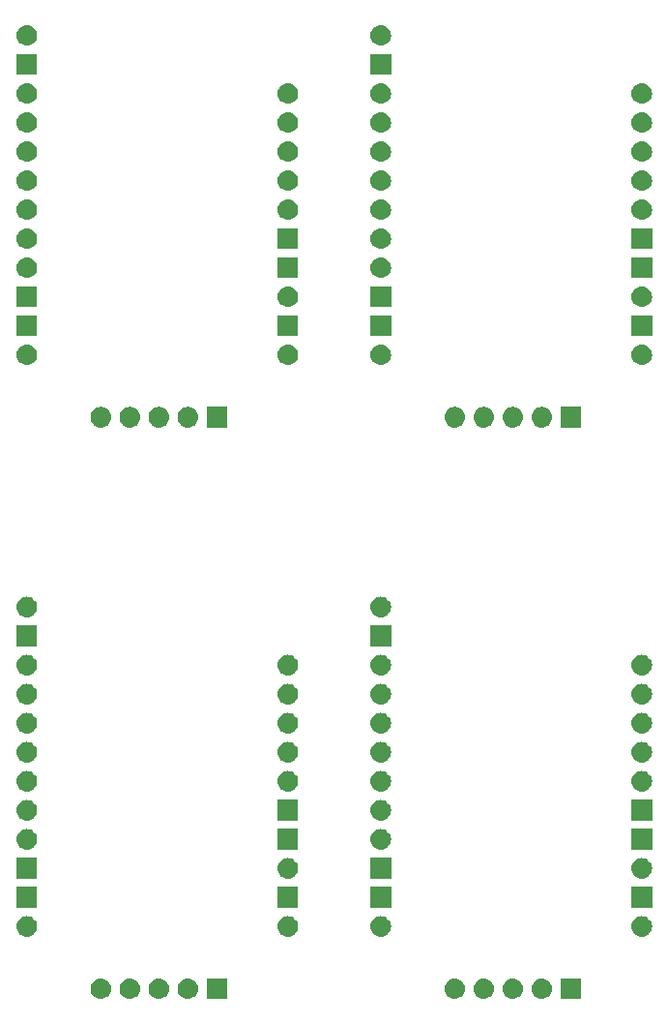
<source format=gbs>
%MOIN*%
%OFA0B0*%
%FSLAX46Y46*%
%IPPOS*%
%LPD*%
%ADD10C,0.0039370078740157488*%
%ADD21C,0.0039370078740157488*%
%ADD22C,0.0039370078740157488*%
%ADD23C,0.0039370078740157488*%
D10*
G36*
X0001443600Y0000172577D02*
G01*
X0001446205Y0000172321D01*
X0001452892Y0000170293D01*
X0001459054Y0000166999D01*
X0001460461Y0000165844D01*
X0001464456Y0000162566D01*
X0001467734Y0000158571D01*
X0001468888Y0000157165D01*
X0001472182Y0000151002D01*
X0001474211Y0000144316D01*
X0001474895Y0000137362D01*
X0001474211Y0000130408D01*
X0001472182Y0000123721D01*
X0001468888Y0000117559D01*
X0001467734Y0000116152D01*
X0001464456Y0000112158D01*
X0001460461Y0000108880D01*
X0001459054Y0000107725D01*
X0001452892Y0000104431D01*
X0001446205Y0000102402D01*
X0001443600Y0000102146D01*
X0001440994Y0000101889D01*
X0001437509Y0000101889D01*
X0001434903Y0000102146D01*
X0001432298Y0000102402D01*
X0001425611Y0000104431D01*
X0001419449Y0000107725D01*
X0001418042Y0000108880D01*
X0001414047Y0000112158D01*
X0001410769Y0000116152D01*
X0001409615Y0000117559D01*
X0001406321Y0000123721D01*
X0001404292Y0000130408D01*
X0001403607Y0000137362D01*
X0001404292Y0000144316D01*
X0001406321Y0000151002D01*
X0001409615Y0000157165D01*
X0001410769Y0000158571D01*
X0001414047Y0000162566D01*
X0001418042Y0000165844D01*
X0001419449Y0000166999D01*
X0001425611Y0000170293D01*
X0001432298Y0000172321D01*
X0001434903Y0000172577D01*
X0001437509Y0000172834D01*
X0001440994Y0000172834D01*
X0001443600Y0000172577D01*
X0001443600Y0000172577D01*
G37*
G36*
X0001343600Y0000172577D02*
G01*
X0001346205Y0000172321D01*
X0001352892Y0000170293D01*
X0001359054Y0000166999D01*
X0001360461Y0000165844D01*
X0001364456Y0000162566D01*
X0001367734Y0000158571D01*
X0001368888Y0000157165D01*
X0001372182Y0000151002D01*
X0001374211Y0000144316D01*
X0001374896Y0000137362D01*
X0001374211Y0000130408D01*
X0001372182Y0000123721D01*
X0001368888Y0000117559D01*
X0001367734Y0000116152D01*
X0001364456Y0000112158D01*
X0001360461Y0000108880D01*
X0001359054Y0000107725D01*
X0001352892Y0000104431D01*
X0001346205Y0000102402D01*
X0001343600Y0000102146D01*
X0001340994Y0000101889D01*
X0001337509Y0000101889D01*
X0001334903Y0000102146D01*
X0001332298Y0000102402D01*
X0001325611Y0000104431D01*
X0001319449Y0000107725D01*
X0001318042Y0000108880D01*
X0001314047Y0000112158D01*
X0001310769Y0000116152D01*
X0001309615Y0000117559D01*
X0001306321Y0000123721D01*
X0001304292Y0000130408D01*
X0001303607Y0000137362D01*
X0001304292Y0000144316D01*
X0001306321Y0000151002D01*
X0001309615Y0000157165D01*
X0001310769Y0000158571D01*
X0001314047Y0000162566D01*
X0001318042Y0000165844D01*
X0001319449Y0000166999D01*
X0001325611Y0000170293D01*
X0001332298Y0000172321D01*
X0001334903Y0000172577D01*
X0001337509Y0000172834D01*
X0001340994Y0000172834D01*
X0001343600Y0000172577D01*
X0001343600Y0000172577D01*
G37*
G36*
X0001243600Y0000172577D02*
G01*
X0001246205Y0000172321D01*
X0001252892Y0000170293D01*
X0001259054Y0000166999D01*
X0001260461Y0000165844D01*
X0001264456Y0000162566D01*
X0001267734Y0000158571D01*
X0001268888Y0000157165D01*
X0001272182Y0000151002D01*
X0001274211Y0000144316D01*
X0001274896Y0000137362D01*
X0001274211Y0000130408D01*
X0001272182Y0000123721D01*
X0001268888Y0000117559D01*
X0001267734Y0000116152D01*
X0001264456Y0000112158D01*
X0001260461Y0000108880D01*
X0001259054Y0000107725D01*
X0001252892Y0000104431D01*
X0001246205Y0000102402D01*
X0001243600Y0000102146D01*
X0001240994Y0000101889D01*
X0001237509Y0000101889D01*
X0001234903Y0000102146D01*
X0001232298Y0000102402D01*
X0001225611Y0000104431D01*
X0001219449Y0000107725D01*
X0001218042Y0000108880D01*
X0001214047Y0000112158D01*
X0001210769Y0000116152D01*
X0001209615Y0000117559D01*
X0001206321Y0000123721D01*
X0001204292Y0000130408D01*
X0001203607Y0000137362D01*
X0001204292Y0000144316D01*
X0001206321Y0000151002D01*
X0001209615Y0000157165D01*
X0001210769Y0000158571D01*
X0001214047Y0000162566D01*
X0001218042Y0000165844D01*
X0001219449Y0000166999D01*
X0001225611Y0000170293D01*
X0001232298Y0000172321D01*
X0001234903Y0000172577D01*
X0001237509Y0000172834D01*
X0001240994Y0000172834D01*
X0001243600Y0000172577D01*
X0001243600Y0000172577D01*
G37*
G36*
X0001674724Y0000101889D02*
G01*
X0001603779Y0000101889D01*
X0001603779Y0000172834D01*
X0001674724Y0000172834D01*
X0001674724Y0000101889D01*
X0001674724Y0000101889D01*
G37*
G36*
X0001543600Y0000172577D02*
G01*
X0001546205Y0000172321D01*
X0001552892Y0000170293D01*
X0001559054Y0000166999D01*
X0001560461Y0000165844D01*
X0001564456Y0000162566D01*
X0001567734Y0000158571D01*
X0001568888Y0000157165D01*
X0001572182Y0000151002D01*
X0001574211Y0000144316D01*
X0001574896Y0000137362D01*
X0001574211Y0000130408D01*
X0001572182Y0000123721D01*
X0001568888Y0000117559D01*
X0001567734Y0000116152D01*
X0001564456Y0000112158D01*
X0001560461Y0000108880D01*
X0001559054Y0000107725D01*
X0001552892Y0000104431D01*
X0001546205Y0000102402D01*
X0001543600Y0000102146D01*
X0001540994Y0000101889D01*
X0001537509Y0000101889D01*
X0001534903Y0000102146D01*
X0001532298Y0000102402D01*
X0001525611Y0000104431D01*
X0001519449Y0000107725D01*
X0001518042Y0000108880D01*
X0001514047Y0000112158D01*
X0001510769Y0000116152D01*
X0001509615Y0000117559D01*
X0001506321Y0000123721D01*
X0001504292Y0000130408D01*
X0001503607Y0000137362D01*
X0001504292Y0000144316D01*
X0001506321Y0000151002D01*
X0001509615Y0000157165D01*
X0001510769Y0000158571D01*
X0001514047Y0000162566D01*
X0001518042Y0000165844D01*
X0001519449Y0000166999D01*
X0001525611Y0000170293D01*
X0001532298Y0000172321D01*
X0001534903Y0000172577D01*
X0001537509Y0000172834D01*
X0001540994Y0000172834D01*
X0001543600Y0000172577D01*
X0001543600Y0000172577D01*
G37*
G36*
X0001888600Y0000387577D02*
G01*
X0001891205Y0000387321D01*
X0001897892Y0000385292D01*
X0001904054Y0000381999D01*
X0001905461Y0000380844D01*
X0001909456Y0000377566D01*
X0001912734Y0000373572D01*
X0001913888Y0000372164D01*
X0001917182Y0000366002D01*
X0001919211Y0000359316D01*
X0001919895Y0000352362D01*
X0001919211Y0000345408D01*
X0001917182Y0000338721D01*
X0001913888Y0000332559D01*
X0001912734Y0000331152D01*
X0001909456Y0000327157D01*
X0001905461Y0000323879D01*
X0001904054Y0000322725D01*
X0001897892Y0000319431D01*
X0001891205Y0000317403D01*
X0001888600Y0000317146D01*
X0001885994Y0000316889D01*
X0001882509Y0000316889D01*
X0001879903Y0000317146D01*
X0001877298Y0000317403D01*
X0001870611Y0000319431D01*
X0001864449Y0000322725D01*
X0001863042Y0000323879D01*
X0001859047Y0000327157D01*
X0001855769Y0000331152D01*
X0001854615Y0000332559D01*
X0001851321Y0000338721D01*
X0001849292Y0000345408D01*
X0001848607Y0000352362D01*
X0001849292Y0000359316D01*
X0001851321Y0000366002D01*
X0001854615Y0000372164D01*
X0001855769Y0000373572D01*
X0001859047Y0000377566D01*
X0001863042Y0000380844D01*
X0001864449Y0000381999D01*
X0001870611Y0000385292D01*
X0001877298Y0000387321D01*
X0001879903Y0000387577D01*
X0001882509Y0000387834D01*
X0001885994Y0000387834D01*
X0001888600Y0000387577D01*
X0001888600Y0000387577D01*
G37*
G36*
X0000988600Y0000387577D02*
G01*
X0000991205Y0000387321D01*
X0000997892Y0000385292D01*
X0001004054Y0000381999D01*
X0001005461Y0000380844D01*
X0001009456Y0000377566D01*
X0001012734Y0000373572D01*
X0001013888Y0000372164D01*
X0001017182Y0000366002D01*
X0001019211Y0000359316D01*
X0001019896Y0000352362D01*
X0001019211Y0000345408D01*
X0001017182Y0000338721D01*
X0001013888Y0000332559D01*
X0001012734Y0000331152D01*
X0001009456Y0000327157D01*
X0001005461Y0000323879D01*
X0001004054Y0000322725D01*
X0000997892Y0000319431D01*
X0000991205Y0000317403D01*
X0000988600Y0000317146D01*
X0000985994Y0000316889D01*
X0000982509Y0000316889D01*
X0000979903Y0000317146D01*
X0000977298Y0000317403D01*
X0000970611Y0000319431D01*
X0000964449Y0000322725D01*
X0000963042Y0000323879D01*
X0000959047Y0000327157D01*
X0000955769Y0000331152D01*
X0000954615Y0000332559D01*
X0000951321Y0000338721D01*
X0000949292Y0000345408D01*
X0000948607Y0000352362D01*
X0000949292Y0000359316D01*
X0000951321Y0000366002D01*
X0000954615Y0000372164D01*
X0000955769Y0000373572D01*
X0000959047Y0000377566D01*
X0000963042Y0000380844D01*
X0000964449Y0000381999D01*
X0000970611Y0000385292D01*
X0000977298Y0000387321D01*
X0000979903Y0000387577D01*
X0000982509Y0000387834D01*
X0000985994Y0000387834D01*
X0000988600Y0000387577D01*
X0000988600Y0000387577D01*
G37*
G36*
X0001019724Y0000416889D02*
G01*
X0000948779Y0000416889D01*
X0000948779Y0000487834D01*
X0001019724Y0000487834D01*
X0001019724Y0000416889D01*
X0001019724Y0000416889D01*
G37*
G36*
X0001919724Y0000416889D02*
G01*
X0001848779Y0000416889D01*
X0001848779Y0000487834D01*
X0001919724Y0000487834D01*
X0001919724Y0000416889D01*
X0001919724Y0000416889D01*
G37*
G36*
X0001019724Y0000516889D02*
G01*
X0000948779Y0000516889D01*
X0000948779Y0000587834D01*
X0001019724Y0000587834D01*
X0001019724Y0000516889D01*
X0001019724Y0000516889D01*
G37*
G36*
X0001888600Y0000587577D02*
G01*
X0001891205Y0000587321D01*
X0001897892Y0000585293D01*
X0001904054Y0000581999D01*
X0001905461Y0000580844D01*
X0001909456Y0000577566D01*
X0001912734Y0000573571D01*
X0001913888Y0000572165D01*
X0001917182Y0000566002D01*
X0001919211Y0000559315D01*
X0001919895Y0000552362D01*
X0001919211Y0000545408D01*
X0001917182Y0000538721D01*
X0001913888Y0000532559D01*
X0001912734Y0000531152D01*
X0001909456Y0000527158D01*
X0001905461Y0000523880D01*
X0001904054Y0000522725D01*
X0001897892Y0000519431D01*
X0001891205Y0000517402D01*
X0001888600Y0000517146D01*
X0001885994Y0000516889D01*
X0001882509Y0000516889D01*
X0001879903Y0000517146D01*
X0001877298Y0000517402D01*
X0001870611Y0000519431D01*
X0001864449Y0000522725D01*
X0001863042Y0000523880D01*
X0001859047Y0000527158D01*
X0001855769Y0000531152D01*
X0001854615Y0000532559D01*
X0001851321Y0000538721D01*
X0001849292Y0000545408D01*
X0001848607Y0000552362D01*
X0001849292Y0000559315D01*
X0001851321Y0000566002D01*
X0001854615Y0000572165D01*
X0001855769Y0000573571D01*
X0001859047Y0000577566D01*
X0001863042Y0000580844D01*
X0001864449Y0000581999D01*
X0001870611Y0000585293D01*
X0001877298Y0000587321D01*
X0001879903Y0000587577D01*
X0001882509Y0000587834D01*
X0001885994Y0000587834D01*
X0001888600Y0000587577D01*
X0001888600Y0000587577D01*
G37*
G36*
X0000988600Y0000687577D02*
G01*
X0000991205Y0000687321D01*
X0000997892Y0000685292D01*
X0001004054Y0000681999D01*
X0001005461Y0000680844D01*
X0001009456Y0000677566D01*
X0001012734Y0000673572D01*
X0001013888Y0000672165D01*
X0001017182Y0000666002D01*
X0001019211Y0000659315D01*
X0001019896Y0000652362D01*
X0001019211Y0000645408D01*
X0001017182Y0000638721D01*
X0001013888Y0000632559D01*
X0001012734Y0000631152D01*
X0001009456Y0000627157D01*
X0001005461Y0000623880D01*
X0001004054Y0000622725D01*
X0000997892Y0000619431D01*
X0000991205Y0000617403D01*
X0000988600Y0000617146D01*
X0000985994Y0000616889D01*
X0000982509Y0000616889D01*
X0000979903Y0000617146D01*
X0000977298Y0000617403D01*
X0000970611Y0000619431D01*
X0000964449Y0000622725D01*
X0000963042Y0000623880D01*
X0000959047Y0000627157D01*
X0000955769Y0000631152D01*
X0000954615Y0000632559D01*
X0000951321Y0000638721D01*
X0000949292Y0000645408D01*
X0000948607Y0000652362D01*
X0000949292Y0000659315D01*
X0000951321Y0000666002D01*
X0000954615Y0000672165D01*
X0000955769Y0000673572D01*
X0000959047Y0000677566D01*
X0000963042Y0000680844D01*
X0000964449Y0000681999D01*
X0000970611Y0000685292D01*
X0000977298Y0000687321D01*
X0000979903Y0000687577D01*
X0000982509Y0000687834D01*
X0000985994Y0000687834D01*
X0000988600Y0000687577D01*
X0000988600Y0000687577D01*
G37*
G36*
X0001919724Y0000616889D02*
G01*
X0001848779Y0000616889D01*
X0001848779Y0000687834D01*
X0001919724Y0000687834D01*
X0001919724Y0000616889D01*
X0001919724Y0000616889D01*
G37*
G36*
X0000988600Y0000787577D02*
G01*
X0000991205Y0000787321D01*
X0000997892Y0000785292D01*
X0001004054Y0000781999D01*
X0001005461Y0000780844D01*
X0001009456Y0000777566D01*
X0001012734Y0000773572D01*
X0001013888Y0000772164D01*
X0001017182Y0000766002D01*
X0001019211Y0000759316D01*
X0001019896Y0000752362D01*
X0001019211Y0000745408D01*
X0001017182Y0000738721D01*
X0001013888Y0000732559D01*
X0001012734Y0000731152D01*
X0001009456Y0000727158D01*
X0001005461Y0000723879D01*
X0001004054Y0000722725D01*
X0000997892Y0000719431D01*
X0000991205Y0000717403D01*
X0000988600Y0000717146D01*
X0000985994Y0000716889D01*
X0000982509Y0000716889D01*
X0000979903Y0000717146D01*
X0000977298Y0000717403D01*
X0000970611Y0000719431D01*
X0000964449Y0000722725D01*
X0000963042Y0000723879D01*
X0000959047Y0000727158D01*
X0000955769Y0000731152D01*
X0000954615Y0000732559D01*
X0000951321Y0000738721D01*
X0000949292Y0000745408D01*
X0000948607Y0000752362D01*
X0000949292Y0000759316D01*
X0000951321Y0000766002D01*
X0000954615Y0000772164D01*
X0000955769Y0000773572D01*
X0000959047Y0000777566D01*
X0000963042Y0000780844D01*
X0000964449Y0000781999D01*
X0000970611Y0000785292D01*
X0000977298Y0000787321D01*
X0000979903Y0000787577D01*
X0000982509Y0000787834D01*
X0000985994Y0000787834D01*
X0000988600Y0000787577D01*
X0000988600Y0000787577D01*
G37*
G36*
X0001919724Y0000716889D02*
G01*
X0001848779Y0000716889D01*
X0001848779Y0000787834D01*
X0001919724Y0000787834D01*
X0001919724Y0000716889D01*
X0001919724Y0000716889D01*
G37*
G36*
X0000988600Y0000887577D02*
G01*
X0000991205Y0000887321D01*
X0000997892Y0000885293D01*
X0001004054Y0000881999D01*
X0001005461Y0000880844D01*
X0001009456Y0000877566D01*
X0001012734Y0000873571D01*
X0001013888Y0000872164D01*
X0001017182Y0000866002D01*
X0001019211Y0000859316D01*
X0001019896Y0000852362D01*
X0001019211Y0000845408D01*
X0001017182Y0000838721D01*
X0001013888Y0000832559D01*
X0001012734Y0000831152D01*
X0001009456Y0000827158D01*
X0001005461Y0000823879D01*
X0001004054Y0000822725D01*
X0000997892Y0000819431D01*
X0000991205Y0000817402D01*
X0000988600Y0000817146D01*
X0000985994Y0000816889D01*
X0000982509Y0000816889D01*
X0000979903Y0000817146D01*
X0000977298Y0000817402D01*
X0000970611Y0000819431D01*
X0000964449Y0000822725D01*
X0000963042Y0000823879D01*
X0000959047Y0000827158D01*
X0000955769Y0000831152D01*
X0000954615Y0000832559D01*
X0000951321Y0000838721D01*
X0000949292Y0000845408D01*
X0000948607Y0000852362D01*
X0000949292Y0000859316D01*
X0000951321Y0000866002D01*
X0000954615Y0000872164D01*
X0000955769Y0000873571D01*
X0000959047Y0000877566D01*
X0000963042Y0000880844D01*
X0000964449Y0000881999D01*
X0000970611Y0000885293D01*
X0000977298Y0000887321D01*
X0000979903Y0000887577D01*
X0000982509Y0000887834D01*
X0000985994Y0000887834D01*
X0000988600Y0000887577D01*
X0000988600Y0000887577D01*
G37*
G36*
X0001888600Y0000887577D02*
G01*
X0001891205Y0000887321D01*
X0001897892Y0000885293D01*
X0001904054Y0000881999D01*
X0001905461Y0000880844D01*
X0001909456Y0000877566D01*
X0001912734Y0000873571D01*
X0001913888Y0000872164D01*
X0001917182Y0000866002D01*
X0001919211Y0000859316D01*
X0001919895Y0000852362D01*
X0001919211Y0000845408D01*
X0001917182Y0000838721D01*
X0001913888Y0000832559D01*
X0001912734Y0000831152D01*
X0001909456Y0000827158D01*
X0001905461Y0000823879D01*
X0001904054Y0000822725D01*
X0001897892Y0000819431D01*
X0001891205Y0000817402D01*
X0001888600Y0000817146D01*
X0001885994Y0000816889D01*
X0001882509Y0000816889D01*
X0001879903Y0000817146D01*
X0001877298Y0000817402D01*
X0001870611Y0000819431D01*
X0001864449Y0000822725D01*
X0001863042Y0000823879D01*
X0001859047Y0000827158D01*
X0001855769Y0000831152D01*
X0001854615Y0000832559D01*
X0001851321Y0000838721D01*
X0001849292Y0000845408D01*
X0001848607Y0000852362D01*
X0001849292Y0000859316D01*
X0001851321Y0000866002D01*
X0001854615Y0000872164D01*
X0001855769Y0000873571D01*
X0001859047Y0000877566D01*
X0001863042Y0000880844D01*
X0001864449Y0000881999D01*
X0001870611Y0000885293D01*
X0001877298Y0000887321D01*
X0001879903Y0000887577D01*
X0001882509Y0000887834D01*
X0001885994Y0000887834D01*
X0001888600Y0000887577D01*
X0001888600Y0000887577D01*
G37*
G36*
X0000988600Y0000987578D02*
G01*
X0000991205Y0000987321D01*
X0000997892Y0000985293D01*
X0001004054Y0000981999D01*
X0001005461Y0000980844D01*
X0001009456Y0000977566D01*
X0001012734Y0000973571D01*
X0001013888Y0000972165D01*
X0001017182Y0000966002D01*
X0001019211Y0000959315D01*
X0001019896Y0000952362D01*
X0001019211Y0000945408D01*
X0001017182Y0000938721D01*
X0001013888Y0000932559D01*
X0001012734Y0000931152D01*
X0001009456Y0000927157D01*
X0001005461Y0000923880D01*
X0001004054Y0000922725D01*
X0000997892Y0000919431D01*
X0000991205Y0000917403D01*
X0000988600Y0000917146D01*
X0000985994Y0000916889D01*
X0000982509Y0000916889D01*
X0000979903Y0000917146D01*
X0000977298Y0000917403D01*
X0000970611Y0000919431D01*
X0000964449Y0000922725D01*
X0000963042Y0000923880D01*
X0000959047Y0000927157D01*
X0000955769Y0000931152D01*
X0000954615Y0000932559D01*
X0000951321Y0000938721D01*
X0000949292Y0000945408D01*
X0000948607Y0000952362D01*
X0000949292Y0000959315D01*
X0000951321Y0000966002D01*
X0000954615Y0000972165D01*
X0000955769Y0000973571D01*
X0000959047Y0000977566D01*
X0000963042Y0000980844D01*
X0000964449Y0000981999D01*
X0000970611Y0000985293D01*
X0000977298Y0000987321D01*
X0000979903Y0000987578D01*
X0000982509Y0000987834D01*
X0000985994Y0000987834D01*
X0000988600Y0000987578D01*
X0000988600Y0000987578D01*
G37*
G36*
X0001888600Y0000987578D02*
G01*
X0001891205Y0000987321D01*
X0001897892Y0000985293D01*
X0001904054Y0000981999D01*
X0001905461Y0000980844D01*
X0001909456Y0000977566D01*
X0001912734Y0000973571D01*
X0001913888Y0000972165D01*
X0001917182Y0000966002D01*
X0001919211Y0000959315D01*
X0001919895Y0000952362D01*
X0001919211Y0000945408D01*
X0001917182Y0000938721D01*
X0001913888Y0000932559D01*
X0001912734Y0000931152D01*
X0001909456Y0000927157D01*
X0001905461Y0000923880D01*
X0001904054Y0000922725D01*
X0001897892Y0000919431D01*
X0001891205Y0000917403D01*
X0001888600Y0000917146D01*
X0001885994Y0000916889D01*
X0001882509Y0000916889D01*
X0001879903Y0000917146D01*
X0001877298Y0000917403D01*
X0001870611Y0000919431D01*
X0001864449Y0000922725D01*
X0001863042Y0000923880D01*
X0001859047Y0000927157D01*
X0001855769Y0000931152D01*
X0001854615Y0000932559D01*
X0001851321Y0000938721D01*
X0001849292Y0000945408D01*
X0001848607Y0000952362D01*
X0001849292Y0000959315D01*
X0001851321Y0000966002D01*
X0001854615Y0000972165D01*
X0001855769Y0000973571D01*
X0001859047Y0000977566D01*
X0001863042Y0000980844D01*
X0001864449Y0000981999D01*
X0001870611Y0000985293D01*
X0001877298Y0000987321D01*
X0001879903Y0000987578D01*
X0001882509Y0000987834D01*
X0001885994Y0000987834D01*
X0001888600Y0000987578D01*
X0001888600Y0000987578D01*
G37*
G36*
X0000988600Y0001087578D02*
G01*
X0000991205Y0001087321D01*
X0000997892Y0001085293D01*
X0001004054Y0001081999D01*
X0001005461Y0001080844D01*
X0001009456Y0001077566D01*
X0001012734Y0001073571D01*
X0001013888Y0001072165D01*
X0001017182Y0001066002D01*
X0001019211Y0001059315D01*
X0001019896Y0001052362D01*
X0001019211Y0001045408D01*
X0001017182Y0001038721D01*
X0001013888Y0001032559D01*
X0001012734Y0001031152D01*
X0001009456Y0001027157D01*
X0001005461Y0001023880D01*
X0001004054Y0001022725D01*
X0000997892Y0001019431D01*
X0000991205Y0001017403D01*
X0000988600Y0001017146D01*
X0000985994Y0001016889D01*
X0000982509Y0001016889D01*
X0000979903Y0001017146D01*
X0000977298Y0001017403D01*
X0000970611Y0001019431D01*
X0000964449Y0001022725D01*
X0000963042Y0001023880D01*
X0000959047Y0001027157D01*
X0000955769Y0001031152D01*
X0000954615Y0001032559D01*
X0000951321Y0001038721D01*
X0000949292Y0001045408D01*
X0000948607Y0001052362D01*
X0000949292Y0001059315D01*
X0000951321Y0001066002D01*
X0000954615Y0001072165D01*
X0000955769Y0001073571D01*
X0000959047Y0001077566D01*
X0000963042Y0001080844D01*
X0000964449Y0001081999D01*
X0000970611Y0001085293D01*
X0000977298Y0001087321D01*
X0000979903Y0001087578D01*
X0000982509Y0001087834D01*
X0000985994Y0001087834D01*
X0000988600Y0001087578D01*
X0000988600Y0001087578D01*
G37*
G36*
X0001888600Y0001087578D02*
G01*
X0001891205Y0001087321D01*
X0001897892Y0001085293D01*
X0001904054Y0001081999D01*
X0001905461Y0001080844D01*
X0001909456Y0001077566D01*
X0001912734Y0001073571D01*
X0001913888Y0001072165D01*
X0001917182Y0001066002D01*
X0001919211Y0001059315D01*
X0001919895Y0001052362D01*
X0001919211Y0001045408D01*
X0001917182Y0001038721D01*
X0001913888Y0001032559D01*
X0001912734Y0001031152D01*
X0001909456Y0001027157D01*
X0001905461Y0001023880D01*
X0001904054Y0001022725D01*
X0001897892Y0001019431D01*
X0001891205Y0001017403D01*
X0001888600Y0001017146D01*
X0001885994Y0001016889D01*
X0001882509Y0001016889D01*
X0001879903Y0001017146D01*
X0001877298Y0001017403D01*
X0001870611Y0001019431D01*
X0001864449Y0001022725D01*
X0001863042Y0001023880D01*
X0001859047Y0001027157D01*
X0001855769Y0001031152D01*
X0001854615Y0001032559D01*
X0001851321Y0001038721D01*
X0001849292Y0001045408D01*
X0001848607Y0001052362D01*
X0001849292Y0001059315D01*
X0001851321Y0001066002D01*
X0001854615Y0001072165D01*
X0001855769Y0001073571D01*
X0001859047Y0001077566D01*
X0001863042Y0001080844D01*
X0001864449Y0001081999D01*
X0001870611Y0001085293D01*
X0001877298Y0001087321D01*
X0001879903Y0001087578D01*
X0001882509Y0001087834D01*
X0001885994Y0001087834D01*
X0001888600Y0001087578D01*
X0001888600Y0001087578D01*
G37*
G36*
X0000988600Y0001187577D02*
G01*
X0000991205Y0001187321D01*
X0000997892Y0001185293D01*
X0001004054Y0001181999D01*
X0001005461Y0001180844D01*
X0001009456Y0001177566D01*
X0001012734Y0001173572D01*
X0001013888Y0001172165D01*
X0001017182Y0001166002D01*
X0001019211Y0001159316D01*
X0001019896Y0001152362D01*
X0001019211Y0001145408D01*
X0001017182Y0001138721D01*
X0001013888Y0001132559D01*
X0001012734Y0001131152D01*
X0001009456Y0001127157D01*
X0001005461Y0001123880D01*
X0001004054Y0001122725D01*
X0000997892Y0001119431D01*
X0000991205Y0001117402D01*
X0000988600Y0001117146D01*
X0000985994Y0001116889D01*
X0000982509Y0001116889D01*
X0000979903Y0001117146D01*
X0000977298Y0001117402D01*
X0000970611Y0001119431D01*
X0000964449Y0001122725D01*
X0000963042Y0001123880D01*
X0000959047Y0001127157D01*
X0000955769Y0001131152D01*
X0000954615Y0001132559D01*
X0000951321Y0001138721D01*
X0000949292Y0001145408D01*
X0000948607Y0001152362D01*
X0000949292Y0001159316D01*
X0000951321Y0001166002D01*
X0000954615Y0001172165D01*
X0000955769Y0001173572D01*
X0000959047Y0001177566D01*
X0000963042Y0001180844D01*
X0000964449Y0001181999D01*
X0000970611Y0001185293D01*
X0000977298Y0001187321D01*
X0000979903Y0001187577D01*
X0000982509Y0001187834D01*
X0000985994Y0001187834D01*
X0000988600Y0001187577D01*
X0000988600Y0001187577D01*
G37*
G36*
X0001888600Y0001187577D02*
G01*
X0001891205Y0001187321D01*
X0001897892Y0001185293D01*
X0001904054Y0001181999D01*
X0001905461Y0001180844D01*
X0001909456Y0001177566D01*
X0001912734Y0001173572D01*
X0001913888Y0001172165D01*
X0001917182Y0001166002D01*
X0001919211Y0001159316D01*
X0001919895Y0001152362D01*
X0001919211Y0001145408D01*
X0001917182Y0001138721D01*
X0001913888Y0001132559D01*
X0001912734Y0001131152D01*
X0001909456Y0001127157D01*
X0001905461Y0001123880D01*
X0001904054Y0001122725D01*
X0001897892Y0001119431D01*
X0001891205Y0001117402D01*
X0001888600Y0001117146D01*
X0001885994Y0001116889D01*
X0001882509Y0001116889D01*
X0001879903Y0001117146D01*
X0001877298Y0001117402D01*
X0001870611Y0001119431D01*
X0001864449Y0001122725D01*
X0001863042Y0001123880D01*
X0001859047Y0001127157D01*
X0001855769Y0001131152D01*
X0001854615Y0001132559D01*
X0001851321Y0001138721D01*
X0001849292Y0001145408D01*
X0001848607Y0001152362D01*
X0001849292Y0001159316D01*
X0001851321Y0001166002D01*
X0001854615Y0001172165D01*
X0001855769Y0001173572D01*
X0001859047Y0001177566D01*
X0001863042Y0001180844D01*
X0001864449Y0001181999D01*
X0001870611Y0001185293D01*
X0001877298Y0001187321D01*
X0001879903Y0001187577D01*
X0001882509Y0001187834D01*
X0001885994Y0001187834D01*
X0001888600Y0001187577D01*
X0001888600Y0001187577D01*
G37*
G36*
X0001888600Y0001287577D02*
G01*
X0001891205Y0001287321D01*
X0001897892Y0001285293D01*
X0001904054Y0001281999D01*
X0001905461Y0001280844D01*
X0001909456Y0001277566D01*
X0001912734Y0001273572D01*
X0001913888Y0001272164D01*
X0001917182Y0001266002D01*
X0001919211Y0001259316D01*
X0001919895Y0001252362D01*
X0001919211Y0001245408D01*
X0001917182Y0001238721D01*
X0001913888Y0001232559D01*
X0001912734Y0001231152D01*
X0001909456Y0001227158D01*
X0001905461Y0001223879D01*
X0001904054Y0001222725D01*
X0001897892Y0001219431D01*
X0001891205Y0001217403D01*
X0001888600Y0001217146D01*
X0001885994Y0001216889D01*
X0001882509Y0001216889D01*
X0001879903Y0001217146D01*
X0001877298Y0001217403D01*
X0001870611Y0001219431D01*
X0001864449Y0001222725D01*
X0001863042Y0001223879D01*
X0001859047Y0001227158D01*
X0001855769Y0001231152D01*
X0001854615Y0001232559D01*
X0001851321Y0001238721D01*
X0001849292Y0001245408D01*
X0001848607Y0001252362D01*
X0001849292Y0001259316D01*
X0001851321Y0001266002D01*
X0001854615Y0001272164D01*
X0001855769Y0001273572D01*
X0001859047Y0001277566D01*
X0001863042Y0001280844D01*
X0001864449Y0001281999D01*
X0001870611Y0001285293D01*
X0001877298Y0001287321D01*
X0001879903Y0001287577D01*
X0001882509Y0001287834D01*
X0001885994Y0001287834D01*
X0001888600Y0001287577D01*
X0001888600Y0001287577D01*
G37*
G36*
X0000988600Y0001287577D02*
G01*
X0000991205Y0001287321D01*
X0000997892Y0001285293D01*
X0001004054Y0001281999D01*
X0001005461Y0001280844D01*
X0001009456Y0001277566D01*
X0001012734Y0001273572D01*
X0001013888Y0001272164D01*
X0001017182Y0001266002D01*
X0001019211Y0001259316D01*
X0001019896Y0001252362D01*
X0001019211Y0001245408D01*
X0001017182Y0001238721D01*
X0001013888Y0001232559D01*
X0001012734Y0001231152D01*
X0001009456Y0001227158D01*
X0001005461Y0001223879D01*
X0001004054Y0001222725D01*
X0000997892Y0001219431D01*
X0000991205Y0001217403D01*
X0000988600Y0001217146D01*
X0000985994Y0001216889D01*
X0000982509Y0001216889D01*
X0000979903Y0001217146D01*
X0000977298Y0001217403D01*
X0000970611Y0001219431D01*
X0000964449Y0001222725D01*
X0000963042Y0001223879D01*
X0000959047Y0001227158D01*
X0000955769Y0001231152D01*
X0000954615Y0001232559D01*
X0000951321Y0001238721D01*
X0000949292Y0001245408D01*
X0000948607Y0001252362D01*
X0000949292Y0001259316D01*
X0000951321Y0001266002D01*
X0000954615Y0001272164D01*
X0000955769Y0001273572D01*
X0000959047Y0001277566D01*
X0000963042Y0001280844D01*
X0000964449Y0001281999D01*
X0000970611Y0001285293D01*
X0000977298Y0001287321D01*
X0000979903Y0001287577D01*
X0000982509Y0001287834D01*
X0000985994Y0001287834D01*
X0000988600Y0001287577D01*
X0000988600Y0001287577D01*
G37*
G36*
X0001019724Y0001316889D02*
G01*
X0000948779Y0001316889D01*
X0000948779Y0001387834D01*
X0001019724Y0001387834D01*
X0001019724Y0001316889D01*
X0001019724Y0001316889D01*
G37*
G36*
X0000988600Y0001487577D02*
G01*
X0000991205Y0001487321D01*
X0000997892Y0001485293D01*
X0001004054Y0001481999D01*
X0001005461Y0001480844D01*
X0001009456Y0001477566D01*
X0001012734Y0001473572D01*
X0001013888Y0001472164D01*
X0001017182Y0001466002D01*
X0001019211Y0001459316D01*
X0001019896Y0001452362D01*
X0001019211Y0001445408D01*
X0001017182Y0001438721D01*
X0001013888Y0001432559D01*
X0001012734Y0001431152D01*
X0001009456Y0001427158D01*
X0001005461Y0001423879D01*
X0001004054Y0001422725D01*
X0000997892Y0001419431D01*
X0000991205Y0001417403D01*
X0000988600Y0001417146D01*
X0000985994Y0001416889D01*
X0000982509Y0001416889D01*
X0000979903Y0001417146D01*
X0000977298Y0001417403D01*
X0000970611Y0001419431D01*
X0000964449Y0001422725D01*
X0000963042Y0001423879D01*
X0000959047Y0001427158D01*
X0000955769Y0001431152D01*
X0000954615Y0001432559D01*
X0000951321Y0001438721D01*
X0000949292Y0001445408D01*
X0000948607Y0001452362D01*
X0000949292Y0001459316D01*
X0000951321Y0001466002D01*
X0000954615Y0001472164D01*
X0000955769Y0001473572D01*
X0000959047Y0001477566D01*
X0000963042Y0001480844D01*
X0000964449Y0001481999D01*
X0000970611Y0001485293D01*
X0000977298Y0001487321D01*
X0000979903Y0001487577D01*
X0000982509Y0001487834D01*
X0000985994Y0001487834D01*
X0000988600Y0001487577D01*
X0000988600Y0001487577D01*
G37*
G04 next file*
G04 #@! TF.GenerationSoftware,KiCad,Pcbnew,(5.1.4)-1*
G04 #@! TF.CreationDate,2020-10-29T21:44:13+08:00*
G04 #@! TF.ProjectId,custom_microcontroller,63757374-6f6d-45f6-9d69-63726f636f6e,rev?*
G04 #@! TF.SameCoordinates,Original*
G04 #@! TF.FileFunction,Soldermask,Bot*
G04 #@! TF.FilePolarity,Negative*
G04 Gerber Fmt 4.6, Leading zero omitted, Abs format (unit mm)*
G04 Created by KiCad (PCBNEW (5.1.4)-1) date 2020-10-29 21:44:13*
G04 APERTURE LIST*
G04 APERTURE END LIST*
D21*
G36*
X0001443600Y0002141081D02*
G01*
X0001446205Y0002140825D01*
X0001452892Y0002138796D01*
X0001459054Y0002135503D01*
X0001460461Y0002134348D01*
X0001464456Y0002131070D01*
X0001467734Y0002127075D01*
X0001468888Y0002125668D01*
X0001472182Y0002119506D01*
X0001474211Y0002112819D01*
X0001474895Y0002105866D01*
X0001474211Y0002098912D01*
X0001472182Y0002092225D01*
X0001468888Y0002086063D01*
X0001467734Y0002084656D01*
X0001464456Y0002080661D01*
X0001460461Y0002077383D01*
X0001459054Y0002076229D01*
X0001452892Y0002072935D01*
X0001446205Y0002070906D01*
X0001443600Y0002070650D01*
X0001440994Y0002070393D01*
X0001437509Y0002070393D01*
X0001434903Y0002070650D01*
X0001432298Y0002070906D01*
X0001425611Y0002072935D01*
X0001419449Y0002076229D01*
X0001418042Y0002077383D01*
X0001414047Y0002080661D01*
X0001410769Y0002084656D01*
X0001409615Y0002086063D01*
X0001406321Y0002092225D01*
X0001404292Y0002098912D01*
X0001403607Y0002105866D01*
X0001404292Y0002112819D01*
X0001406321Y0002119506D01*
X0001409615Y0002125668D01*
X0001410769Y0002127075D01*
X0001414047Y0002131070D01*
X0001418042Y0002134348D01*
X0001419449Y0002135503D01*
X0001425611Y0002138796D01*
X0001432298Y0002140825D01*
X0001434903Y0002141081D01*
X0001437509Y0002141338D01*
X0001440994Y0002141338D01*
X0001443600Y0002141081D01*
X0001443600Y0002141081D01*
G37*
G36*
X0001343600Y0002141081D02*
G01*
X0001346205Y0002140825D01*
X0001352892Y0002138796D01*
X0001359054Y0002135503D01*
X0001360461Y0002134348D01*
X0001364456Y0002131070D01*
X0001367734Y0002127075D01*
X0001368888Y0002125668D01*
X0001372182Y0002119506D01*
X0001374211Y0002112819D01*
X0001374896Y0002105866D01*
X0001374211Y0002098912D01*
X0001372182Y0002092225D01*
X0001368888Y0002086063D01*
X0001367734Y0002084656D01*
X0001364456Y0002080661D01*
X0001360461Y0002077383D01*
X0001359054Y0002076229D01*
X0001352892Y0002072935D01*
X0001346205Y0002070906D01*
X0001343600Y0002070650D01*
X0001340994Y0002070393D01*
X0001337509Y0002070393D01*
X0001334903Y0002070650D01*
X0001332298Y0002070906D01*
X0001325611Y0002072935D01*
X0001319449Y0002076229D01*
X0001318042Y0002077383D01*
X0001314047Y0002080661D01*
X0001310769Y0002084656D01*
X0001309615Y0002086063D01*
X0001306321Y0002092225D01*
X0001304292Y0002098912D01*
X0001303607Y0002105866D01*
X0001304292Y0002112819D01*
X0001306321Y0002119506D01*
X0001309615Y0002125668D01*
X0001310769Y0002127075D01*
X0001314047Y0002131070D01*
X0001318042Y0002134348D01*
X0001319449Y0002135503D01*
X0001325611Y0002138796D01*
X0001332298Y0002140825D01*
X0001334903Y0002141081D01*
X0001337509Y0002141338D01*
X0001340994Y0002141338D01*
X0001343600Y0002141081D01*
X0001343600Y0002141081D01*
G37*
G36*
X0001243600Y0002141081D02*
G01*
X0001246205Y0002140825D01*
X0001252892Y0002138796D01*
X0001259054Y0002135503D01*
X0001260461Y0002134348D01*
X0001264456Y0002131070D01*
X0001267734Y0002127075D01*
X0001268888Y0002125668D01*
X0001272182Y0002119506D01*
X0001274211Y0002112819D01*
X0001274896Y0002105866D01*
X0001274211Y0002098912D01*
X0001272182Y0002092225D01*
X0001268888Y0002086063D01*
X0001267734Y0002084656D01*
X0001264456Y0002080661D01*
X0001260461Y0002077383D01*
X0001259054Y0002076229D01*
X0001252892Y0002072935D01*
X0001246205Y0002070906D01*
X0001243600Y0002070650D01*
X0001240994Y0002070393D01*
X0001237509Y0002070393D01*
X0001234903Y0002070650D01*
X0001232298Y0002070906D01*
X0001225611Y0002072935D01*
X0001219449Y0002076229D01*
X0001218042Y0002077383D01*
X0001214047Y0002080661D01*
X0001210769Y0002084656D01*
X0001209615Y0002086063D01*
X0001206321Y0002092225D01*
X0001204292Y0002098912D01*
X0001203607Y0002105866D01*
X0001204292Y0002112819D01*
X0001206321Y0002119506D01*
X0001209615Y0002125668D01*
X0001210769Y0002127075D01*
X0001214047Y0002131070D01*
X0001218042Y0002134348D01*
X0001219449Y0002135503D01*
X0001225611Y0002138796D01*
X0001232298Y0002140825D01*
X0001234903Y0002141081D01*
X0001237509Y0002141338D01*
X0001240994Y0002141338D01*
X0001243600Y0002141081D01*
X0001243600Y0002141081D01*
G37*
G36*
X0001674724Y0002070393D02*
G01*
X0001603779Y0002070393D01*
X0001603779Y0002141338D01*
X0001674724Y0002141338D01*
X0001674724Y0002070393D01*
X0001674724Y0002070393D01*
G37*
G36*
X0001543600Y0002141081D02*
G01*
X0001546205Y0002140825D01*
X0001552892Y0002138796D01*
X0001559054Y0002135503D01*
X0001560461Y0002134348D01*
X0001564456Y0002131070D01*
X0001567734Y0002127075D01*
X0001568888Y0002125668D01*
X0001572182Y0002119506D01*
X0001574211Y0002112819D01*
X0001574896Y0002105866D01*
X0001574211Y0002098912D01*
X0001572182Y0002092225D01*
X0001568888Y0002086063D01*
X0001567734Y0002084656D01*
X0001564456Y0002080661D01*
X0001560461Y0002077383D01*
X0001559054Y0002076229D01*
X0001552892Y0002072935D01*
X0001546205Y0002070906D01*
X0001543600Y0002070650D01*
X0001540994Y0002070393D01*
X0001537509Y0002070393D01*
X0001534903Y0002070650D01*
X0001532298Y0002070906D01*
X0001525611Y0002072935D01*
X0001519449Y0002076229D01*
X0001518042Y0002077383D01*
X0001514047Y0002080661D01*
X0001510769Y0002084656D01*
X0001509615Y0002086063D01*
X0001506321Y0002092225D01*
X0001504292Y0002098912D01*
X0001503607Y0002105866D01*
X0001504292Y0002112819D01*
X0001506321Y0002119506D01*
X0001509615Y0002125668D01*
X0001510769Y0002127075D01*
X0001514047Y0002131070D01*
X0001518042Y0002134348D01*
X0001519449Y0002135503D01*
X0001525611Y0002138796D01*
X0001532298Y0002140825D01*
X0001534903Y0002141081D01*
X0001537509Y0002141338D01*
X0001540994Y0002141338D01*
X0001543600Y0002141081D01*
X0001543600Y0002141081D01*
G37*
G36*
X0001888600Y0002356081D02*
G01*
X0001891205Y0002355825D01*
X0001897892Y0002353796D01*
X0001904054Y0002350503D01*
X0001905461Y0002349348D01*
X0001909456Y0002346070D01*
X0001912734Y0002342075D01*
X0001913888Y0002340668D01*
X0001917182Y0002334506D01*
X0001919211Y0002327819D01*
X0001919895Y0002320866D01*
X0001919211Y0002313912D01*
X0001917182Y0002307225D01*
X0001913888Y0002301063D01*
X0001912734Y0002299656D01*
X0001909456Y0002295661D01*
X0001905461Y0002292383D01*
X0001904054Y0002291229D01*
X0001897892Y0002287935D01*
X0001891205Y0002285906D01*
X0001888600Y0002285650D01*
X0001885994Y0002285393D01*
X0001882509Y0002285393D01*
X0001879903Y0002285650D01*
X0001877298Y0002285906D01*
X0001870611Y0002287935D01*
X0001864449Y0002291229D01*
X0001863042Y0002292383D01*
X0001859047Y0002295661D01*
X0001855769Y0002299656D01*
X0001854615Y0002301063D01*
X0001851321Y0002307225D01*
X0001849292Y0002313912D01*
X0001848607Y0002320866D01*
X0001849292Y0002327819D01*
X0001851321Y0002334506D01*
X0001854615Y0002340668D01*
X0001855769Y0002342075D01*
X0001859047Y0002346070D01*
X0001863042Y0002349348D01*
X0001864449Y0002350503D01*
X0001870611Y0002353796D01*
X0001877298Y0002355825D01*
X0001879903Y0002356081D01*
X0001882509Y0002356338D01*
X0001885994Y0002356338D01*
X0001888600Y0002356081D01*
X0001888600Y0002356081D01*
G37*
G36*
X0000988600Y0002356081D02*
G01*
X0000991205Y0002355825D01*
X0000997892Y0002353796D01*
X0001004054Y0002350503D01*
X0001005461Y0002349348D01*
X0001009456Y0002346070D01*
X0001012734Y0002342075D01*
X0001013888Y0002340668D01*
X0001017182Y0002334506D01*
X0001019211Y0002327819D01*
X0001019896Y0002320866D01*
X0001019211Y0002313912D01*
X0001017182Y0002307225D01*
X0001013888Y0002301063D01*
X0001012734Y0002299656D01*
X0001009456Y0002295661D01*
X0001005461Y0002292383D01*
X0001004054Y0002291229D01*
X0000997892Y0002287935D01*
X0000991205Y0002285906D01*
X0000988600Y0002285650D01*
X0000985994Y0002285393D01*
X0000982509Y0002285393D01*
X0000979903Y0002285650D01*
X0000977298Y0002285906D01*
X0000970611Y0002287935D01*
X0000964449Y0002291229D01*
X0000963042Y0002292383D01*
X0000959047Y0002295661D01*
X0000955769Y0002299656D01*
X0000954615Y0002301063D01*
X0000951321Y0002307225D01*
X0000949292Y0002313912D01*
X0000948607Y0002320866D01*
X0000949292Y0002327819D01*
X0000951321Y0002334506D01*
X0000954615Y0002340668D01*
X0000955769Y0002342075D01*
X0000959047Y0002346070D01*
X0000963042Y0002349348D01*
X0000964449Y0002350503D01*
X0000970611Y0002353796D01*
X0000977298Y0002355825D01*
X0000979903Y0002356081D01*
X0000982509Y0002356338D01*
X0000985994Y0002356338D01*
X0000988600Y0002356081D01*
X0000988600Y0002356081D01*
G37*
G36*
X0001019724Y0002385393D02*
G01*
X0000948779Y0002385393D01*
X0000948779Y0002456338D01*
X0001019724Y0002456338D01*
X0001019724Y0002385393D01*
X0001019724Y0002385393D01*
G37*
G36*
X0001919724Y0002385393D02*
G01*
X0001848779Y0002385393D01*
X0001848779Y0002456338D01*
X0001919724Y0002456338D01*
X0001919724Y0002385393D01*
X0001919724Y0002385393D01*
G37*
G36*
X0001019724Y0002485393D02*
G01*
X0000948779Y0002485393D01*
X0000948779Y0002556338D01*
X0001019724Y0002556338D01*
X0001019724Y0002485393D01*
X0001019724Y0002485393D01*
G37*
G36*
X0001888600Y0002556081D02*
G01*
X0001891205Y0002555825D01*
X0001897892Y0002553796D01*
X0001904054Y0002550503D01*
X0001905461Y0002549348D01*
X0001909456Y0002546070D01*
X0001912734Y0002542075D01*
X0001913888Y0002540668D01*
X0001917182Y0002534506D01*
X0001919211Y0002527819D01*
X0001919895Y0002520866D01*
X0001919211Y0002513912D01*
X0001917182Y0002507225D01*
X0001913888Y0002501063D01*
X0001912734Y0002499656D01*
X0001909456Y0002495661D01*
X0001905461Y0002492383D01*
X0001904054Y0002491229D01*
X0001897892Y0002487935D01*
X0001891205Y0002485906D01*
X0001888600Y0002485650D01*
X0001885994Y0002485393D01*
X0001882509Y0002485393D01*
X0001879903Y0002485650D01*
X0001877298Y0002485906D01*
X0001870611Y0002487935D01*
X0001864449Y0002491229D01*
X0001863042Y0002492383D01*
X0001859047Y0002495661D01*
X0001855769Y0002499656D01*
X0001854615Y0002501063D01*
X0001851321Y0002507225D01*
X0001849292Y0002513912D01*
X0001848607Y0002520866D01*
X0001849292Y0002527819D01*
X0001851321Y0002534506D01*
X0001854615Y0002540668D01*
X0001855769Y0002542075D01*
X0001859047Y0002546070D01*
X0001863042Y0002549348D01*
X0001864449Y0002550503D01*
X0001870611Y0002553796D01*
X0001877298Y0002555825D01*
X0001879903Y0002556081D01*
X0001882509Y0002556338D01*
X0001885994Y0002556338D01*
X0001888600Y0002556081D01*
X0001888600Y0002556081D01*
G37*
G36*
X0000988600Y0002656081D02*
G01*
X0000991205Y0002655825D01*
X0000997892Y0002653796D01*
X0001004054Y0002650503D01*
X0001005461Y0002649348D01*
X0001009456Y0002646070D01*
X0001012734Y0002642075D01*
X0001013888Y0002640668D01*
X0001017182Y0002634506D01*
X0001019211Y0002627819D01*
X0001019896Y0002620866D01*
X0001019211Y0002613912D01*
X0001017182Y0002607225D01*
X0001013888Y0002601063D01*
X0001012734Y0002599656D01*
X0001009456Y0002595661D01*
X0001005461Y0002592383D01*
X0001004054Y0002591229D01*
X0000997892Y0002587935D01*
X0000991205Y0002585906D01*
X0000988600Y0002585650D01*
X0000985994Y0002585393D01*
X0000982509Y0002585393D01*
X0000979903Y0002585650D01*
X0000977298Y0002585906D01*
X0000970611Y0002587935D01*
X0000964449Y0002591229D01*
X0000963042Y0002592383D01*
X0000959047Y0002595661D01*
X0000955769Y0002599656D01*
X0000954615Y0002601063D01*
X0000951321Y0002607225D01*
X0000949292Y0002613912D01*
X0000948607Y0002620866D01*
X0000949292Y0002627819D01*
X0000951321Y0002634506D01*
X0000954615Y0002640668D01*
X0000955769Y0002642075D01*
X0000959047Y0002646070D01*
X0000963042Y0002649348D01*
X0000964449Y0002650503D01*
X0000970611Y0002653796D01*
X0000977298Y0002655825D01*
X0000979903Y0002656081D01*
X0000982509Y0002656338D01*
X0000985994Y0002656338D01*
X0000988600Y0002656081D01*
X0000988600Y0002656081D01*
G37*
G36*
X0001919724Y0002585393D02*
G01*
X0001848779Y0002585393D01*
X0001848779Y0002656338D01*
X0001919724Y0002656338D01*
X0001919724Y0002585393D01*
X0001919724Y0002585393D01*
G37*
G36*
X0000988600Y0002756081D02*
G01*
X0000991205Y0002755825D01*
X0000997892Y0002753796D01*
X0001004054Y0002750503D01*
X0001005461Y0002749348D01*
X0001009456Y0002746070D01*
X0001012734Y0002742075D01*
X0001013888Y0002740668D01*
X0001017182Y0002734506D01*
X0001019211Y0002727819D01*
X0001019896Y0002720866D01*
X0001019211Y0002713912D01*
X0001017182Y0002707225D01*
X0001013888Y0002701063D01*
X0001012734Y0002699656D01*
X0001009456Y0002695661D01*
X0001005461Y0002692383D01*
X0001004054Y0002691229D01*
X0000997892Y0002687935D01*
X0000991205Y0002685906D01*
X0000988600Y0002685650D01*
X0000985994Y0002685393D01*
X0000982509Y0002685393D01*
X0000979903Y0002685650D01*
X0000977298Y0002685906D01*
X0000970611Y0002687935D01*
X0000964449Y0002691229D01*
X0000963042Y0002692383D01*
X0000959047Y0002695661D01*
X0000955769Y0002699656D01*
X0000954615Y0002701063D01*
X0000951321Y0002707225D01*
X0000949292Y0002713912D01*
X0000948607Y0002720866D01*
X0000949292Y0002727819D01*
X0000951321Y0002734506D01*
X0000954615Y0002740668D01*
X0000955769Y0002742075D01*
X0000959047Y0002746070D01*
X0000963042Y0002749348D01*
X0000964449Y0002750503D01*
X0000970611Y0002753796D01*
X0000977298Y0002755825D01*
X0000979903Y0002756081D01*
X0000982509Y0002756338D01*
X0000985994Y0002756338D01*
X0000988600Y0002756081D01*
X0000988600Y0002756081D01*
G37*
G36*
X0001919724Y0002685393D02*
G01*
X0001848779Y0002685393D01*
X0001848779Y0002756338D01*
X0001919724Y0002756338D01*
X0001919724Y0002685393D01*
X0001919724Y0002685393D01*
G37*
G36*
X0000988600Y0002856081D02*
G01*
X0000991205Y0002855825D01*
X0000997892Y0002853796D01*
X0001004054Y0002850503D01*
X0001005461Y0002849348D01*
X0001009456Y0002846070D01*
X0001012734Y0002842075D01*
X0001013888Y0002840668D01*
X0001017182Y0002834506D01*
X0001019211Y0002827819D01*
X0001019896Y0002820866D01*
X0001019211Y0002813912D01*
X0001017182Y0002807225D01*
X0001013888Y0002801063D01*
X0001012734Y0002799656D01*
X0001009456Y0002795661D01*
X0001005461Y0002792383D01*
X0001004054Y0002791229D01*
X0000997892Y0002787935D01*
X0000991205Y0002785906D01*
X0000988600Y0002785650D01*
X0000985994Y0002785393D01*
X0000982509Y0002785393D01*
X0000979903Y0002785650D01*
X0000977298Y0002785906D01*
X0000970611Y0002787935D01*
X0000964449Y0002791229D01*
X0000963042Y0002792383D01*
X0000959047Y0002795661D01*
X0000955769Y0002799656D01*
X0000954615Y0002801063D01*
X0000951321Y0002807225D01*
X0000949292Y0002813912D01*
X0000948607Y0002820866D01*
X0000949292Y0002827819D01*
X0000951321Y0002834506D01*
X0000954615Y0002840668D01*
X0000955769Y0002842075D01*
X0000959047Y0002846070D01*
X0000963042Y0002849348D01*
X0000964449Y0002850503D01*
X0000970611Y0002853796D01*
X0000977298Y0002855825D01*
X0000979903Y0002856081D01*
X0000982509Y0002856338D01*
X0000985994Y0002856338D01*
X0000988600Y0002856081D01*
X0000988600Y0002856081D01*
G37*
G36*
X0001888600Y0002856081D02*
G01*
X0001891205Y0002855825D01*
X0001897892Y0002853796D01*
X0001904054Y0002850503D01*
X0001905461Y0002849348D01*
X0001909456Y0002846070D01*
X0001912734Y0002842075D01*
X0001913888Y0002840668D01*
X0001917182Y0002834506D01*
X0001919211Y0002827819D01*
X0001919895Y0002820866D01*
X0001919211Y0002813912D01*
X0001917182Y0002807225D01*
X0001913888Y0002801063D01*
X0001912734Y0002799656D01*
X0001909456Y0002795661D01*
X0001905461Y0002792383D01*
X0001904054Y0002791229D01*
X0001897892Y0002787935D01*
X0001891205Y0002785906D01*
X0001888600Y0002785650D01*
X0001885994Y0002785393D01*
X0001882509Y0002785393D01*
X0001879903Y0002785650D01*
X0001877298Y0002785906D01*
X0001870611Y0002787935D01*
X0001864449Y0002791229D01*
X0001863042Y0002792383D01*
X0001859047Y0002795661D01*
X0001855769Y0002799656D01*
X0001854615Y0002801063D01*
X0001851321Y0002807225D01*
X0001849292Y0002813912D01*
X0001848607Y0002820866D01*
X0001849292Y0002827819D01*
X0001851321Y0002834506D01*
X0001854615Y0002840668D01*
X0001855769Y0002842075D01*
X0001859047Y0002846070D01*
X0001863042Y0002849348D01*
X0001864449Y0002850503D01*
X0001870611Y0002853796D01*
X0001877298Y0002855825D01*
X0001879903Y0002856081D01*
X0001882509Y0002856338D01*
X0001885994Y0002856338D01*
X0001888600Y0002856081D01*
X0001888600Y0002856081D01*
G37*
G36*
X0000988600Y0002956081D02*
G01*
X0000991205Y0002955825D01*
X0000997892Y0002953796D01*
X0001004054Y0002950503D01*
X0001005461Y0002949348D01*
X0001009456Y0002946070D01*
X0001012734Y0002942075D01*
X0001013888Y0002940668D01*
X0001017182Y0002934506D01*
X0001019211Y0002927819D01*
X0001019896Y0002920866D01*
X0001019211Y0002913912D01*
X0001017182Y0002907225D01*
X0001013888Y0002901063D01*
X0001012734Y0002899656D01*
X0001009456Y0002895661D01*
X0001005461Y0002892383D01*
X0001004054Y0002891229D01*
X0000997892Y0002887935D01*
X0000991205Y0002885906D01*
X0000988600Y0002885650D01*
X0000985994Y0002885393D01*
X0000982509Y0002885393D01*
X0000979903Y0002885650D01*
X0000977298Y0002885906D01*
X0000970611Y0002887935D01*
X0000964449Y0002891229D01*
X0000963042Y0002892383D01*
X0000959047Y0002895661D01*
X0000955769Y0002899656D01*
X0000954615Y0002901063D01*
X0000951321Y0002907225D01*
X0000949292Y0002913912D01*
X0000948607Y0002920866D01*
X0000949292Y0002927819D01*
X0000951321Y0002934506D01*
X0000954615Y0002940668D01*
X0000955769Y0002942075D01*
X0000959047Y0002946070D01*
X0000963042Y0002949348D01*
X0000964449Y0002950503D01*
X0000970611Y0002953796D01*
X0000977298Y0002955825D01*
X0000979903Y0002956081D01*
X0000982509Y0002956338D01*
X0000985994Y0002956338D01*
X0000988600Y0002956081D01*
X0000988600Y0002956081D01*
G37*
G36*
X0001888600Y0002956081D02*
G01*
X0001891205Y0002955825D01*
X0001897892Y0002953796D01*
X0001904054Y0002950503D01*
X0001905461Y0002949348D01*
X0001909456Y0002946070D01*
X0001912734Y0002942075D01*
X0001913888Y0002940668D01*
X0001917182Y0002934506D01*
X0001919211Y0002927819D01*
X0001919895Y0002920866D01*
X0001919211Y0002913912D01*
X0001917182Y0002907225D01*
X0001913888Y0002901063D01*
X0001912734Y0002899656D01*
X0001909456Y0002895661D01*
X0001905461Y0002892383D01*
X0001904054Y0002891229D01*
X0001897892Y0002887935D01*
X0001891205Y0002885906D01*
X0001888600Y0002885650D01*
X0001885994Y0002885393D01*
X0001882509Y0002885393D01*
X0001879903Y0002885650D01*
X0001877298Y0002885906D01*
X0001870611Y0002887935D01*
X0001864449Y0002891229D01*
X0001863042Y0002892383D01*
X0001859047Y0002895661D01*
X0001855769Y0002899656D01*
X0001854615Y0002901063D01*
X0001851321Y0002907225D01*
X0001849292Y0002913912D01*
X0001848607Y0002920866D01*
X0001849292Y0002927819D01*
X0001851321Y0002934506D01*
X0001854615Y0002940668D01*
X0001855769Y0002942075D01*
X0001859047Y0002946070D01*
X0001863042Y0002949348D01*
X0001864449Y0002950503D01*
X0001870611Y0002953796D01*
X0001877298Y0002955825D01*
X0001879903Y0002956081D01*
X0001882509Y0002956338D01*
X0001885994Y0002956338D01*
X0001888600Y0002956081D01*
X0001888600Y0002956081D01*
G37*
G36*
X0000988600Y0003056081D02*
G01*
X0000991205Y0003055825D01*
X0000997892Y0003053796D01*
X0001004054Y0003050503D01*
X0001005461Y0003049348D01*
X0001009456Y0003046070D01*
X0001012734Y0003042075D01*
X0001013888Y0003040668D01*
X0001017182Y0003034506D01*
X0001019211Y0003027819D01*
X0001019896Y0003020866D01*
X0001019211Y0003013912D01*
X0001017182Y0003007225D01*
X0001013888Y0003001063D01*
X0001012734Y0002999656D01*
X0001009456Y0002995661D01*
X0001005461Y0002992383D01*
X0001004054Y0002991229D01*
X0000997892Y0002987935D01*
X0000991205Y0002985906D01*
X0000988600Y0002985650D01*
X0000985994Y0002985393D01*
X0000982509Y0002985393D01*
X0000979903Y0002985650D01*
X0000977298Y0002985906D01*
X0000970611Y0002987935D01*
X0000964449Y0002991229D01*
X0000963042Y0002992383D01*
X0000959047Y0002995661D01*
X0000955769Y0002999656D01*
X0000954615Y0003001063D01*
X0000951321Y0003007225D01*
X0000949292Y0003013912D01*
X0000948607Y0003020866D01*
X0000949292Y0003027819D01*
X0000951321Y0003034506D01*
X0000954615Y0003040668D01*
X0000955769Y0003042075D01*
X0000959047Y0003046070D01*
X0000963042Y0003049348D01*
X0000964449Y0003050503D01*
X0000970611Y0003053796D01*
X0000977298Y0003055825D01*
X0000979903Y0003056081D01*
X0000982509Y0003056338D01*
X0000985994Y0003056338D01*
X0000988600Y0003056081D01*
X0000988600Y0003056081D01*
G37*
G36*
X0001888600Y0003056081D02*
G01*
X0001891205Y0003055825D01*
X0001897892Y0003053796D01*
X0001904054Y0003050503D01*
X0001905461Y0003049348D01*
X0001909456Y0003046070D01*
X0001912734Y0003042075D01*
X0001913888Y0003040668D01*
X0001917182Y0003034506D01*
X0001919211Y0003027819D01*
X0001919895Y0003020866D01*
X0001919211Y0003013912D01*
X0001917182Y0003007225D01*
X0001913888Y0003001063D01*
X0001912734Y0002999656D01*
X0001909456Y0002995661D01*
X0001905461Y0002992383D01*
X0001904054Y0002991229D01*
X0001897892Y0002987935D01*
X0001891205Y0002985906D01*
X0001888600Y0002985650D01*
X0001885994Y0002985393D01*
X0001882509Y0002985393D01*
X0001879903Y0002985650D01*
X0001877298Y0002985906D01*
X0001870611Y0002987935D01*
X0001864449Y0002991229D01*
X0001863042Y0002992383D01*
X0001859047Y0002995661D01*
X0001855769Y0002999656D01*
X0001854615Y0003001063D01*
X0001851321Y0003007225D01*
X0001849292Y0003013912D01*
X0001848607Y0003020866D01*
X0001849292Y0003027819D01*
X0001851321Y0003034506D01*
X0001854615Y0003040668D01*
X0001855769Y0003042075D01*
X0001859047Y0003046070D01*
X0001863042Y0003049348D01*
X0001864449Y0003050503D01*
X0001870611Y0003053796D01*
X0001877298Y0003055825D01*
X0001879903Y0003056081D01*
X0001882509Y0003056338D01*
X0001885994Y0003056338D01*
X0001888600Y0003056081D01*
X0001888600Y0003056081D01*
G37*
G36*
X0000988600Y0003156081D02*
G01*
X0000991205Y0003155825D01*
X0000997892Y0003153796D01*
X0001004054Y0003150503D01*
X0001005461Y0003149348D01*
X0001009456Y0003146070D01*
X0001012734Y0003142075D01*
X0001013888Y0003140668D01*
X0001017182Y0003134506D01*
X0001019211Y0003127819D01*
X0001019896Y0003120866D01*
X0001019211Y0003113912D01*
X0001017182Y0003107225D01*
X0001013888Y0003101063D01*
X0001012734Y0003099656D01*
X0001009456Y0003095661D01*
X0001005461Y0003092383D01*
X0001004054Y0003091229D01*
X0000997892Y0003087935D01*
X0000991205Y0003085906D01*
X0000988600Y0003085650D01*
X0000985994Y0003085393D01*
X0000982509Y0003085393D01*
X0000979903Y0003085650D01*
X0000977298Y0003085906D01*
X0000970611Y0003087935D01*
X0000964449Y0003091229D01*
X0000963042Y0003092383D01*
X0000959047Y0003095661D01*
X0000955769Y0003099656D01*
X0000954615Y0003101063D01*
X0000951321Y0003107225D01*
X0000949292Y0003113912D01*
X0000948607Y0003120866D01*
X0000949292Y0003127819D01*
X0000951321Y0003134506D01*
X0000954615Y0003140668D01*
X0000955769Y0003142075D01*
X0000959047Y0003146070D01*
X0000963042Y0003149348D01*
X0000964449Y0003150503D01*
X0000970611Y0003153796D01*
X0000977298Y0003155825D01*
X0000979903Y0003156081D01*
X0000982509Y0003156338D01*
X0000985994Y0003156338D01*
X0000988600Y0003156081D01*
X0000988600Y0003156081D01*
G37*
G36*
X0001888600Y0003156081D02*
G01*
X0001891205Y0003155825D01*
X0001897892Y0003153796D01*
X0001904054Y0003150503D01*
X0001905461Y0003149348D01*
X0001909456Y0003146070D01*
X0001912734Y0003142075D01*
X0001913888Y0003140668D01*
X0001917182Y0003134506D01*
X0001919211Y0003127819D01*
X0001919895Y0003120866D01*
X0001919211Y0003113912D01*
X0001917182Y0003107225D01*
X0001913888Y0003101063D01*
X0001912734Y0003099656D01*
X0001909456Y0003095661D01*
X0001905461Y0003092383D01*
X0001904054Y0003091229D01*
X0001897892Y0003087935D01*
X0001891205Y0003085906D01*
X0001888600Y0003085650D01*
X0001885994Y0003085393D01*
X0001882509Y0003085393D01*
X0001879903Y0003085650D01*
X0001877298Y0003085906D01*
X0001870611Y0003087935D01*
X0001864449Y0003091229D01*
X0001863042Y0003092383D01*
X0001859047Y0003095661D01*
X0001855769Y0003099656D01*
X0001854615Y0003101063D01*
X0001851321Y0003107225D01*
X0001849292Y0003113912D01*
X0001848607Y0003120866D01*
X0001849292Y0003127819D01*
X0001851321Y0003134506D01*
X0001854615Y0003140668D01*
X0001855769Y0003142075D01*
X0001859047Y0003146070D01*
X0001863042Y0003149348D01*
X0001864449Y0003150503D01*
X0001870611Y0003153796D01*
X0001877298Y0003155825D01*
X0001879903Y0003156081D01*
X0001882509Y0003156338D01*
X0001885994Y0003156338D01*
X0001888600Y0003156081D01*
X0001888600Y0003156081D01*
G37*
G36*
X0001888600Y0003256081D02*
G01*
X0001891205Y0003255825D01*
X0001897892Y0003253796D01*
X0001904054Y0003250503D01*
X0001905461Y0003249348D01*
X0001909456Y0003246070D01*
X0001912734Y0003242075D01*
X0001913888Y0003240668D01*
X0001917182Y0003234506D01*
X0001919211Y0003227819D01*
X0001919895Y0003220866D01*
X0001919211Y0003213912D01*
X0001917182Y0003207225D01*
X0001913888Y0003201063D01*
X0001912734Y0003199656D01*
X0001909456Y0003195661D01*
X0001905461Y0003192383D01*
X0001904054Y0003191229D01*
X0001897892Y0003187935D01*
X0001891205Y0003185906D01*
X0001888600Y0003185650D01*
X0001885994Y0003185393D01*
X0001882509Y0003185393D01*
X0001879903Y0003185650D01*
X0001877298Y0003185906D01*
X0001870611Y0003187935D01*
X0001864449Y0003191229D01*
X0001863042Y0003192383D01*
X0001859047Y0003195661D01*
X0001855769Y0003199656D01*
X0001854615Y0003201063D01*
X0001851321Y0003207225D01*
X0001849292Y0003213912D01*
X0001848607Y0003220866D01*
X0001849292Y0003227819D01*
X0001851321Y0003234506D01*
X0001854615Y0003240668D01*
X0001855769Y0003242075D01*
X0001859047Y0003246070D01*
X0001863042Y0003249348D01*
X0001864449Y0003250503D01*
X0001870611Y0003253796D01*
X0001877298Y0003255825D01*
X0001879903Y0003256081D01*
X0001882509Y0003256338D01*
X0001885994Y0003256338D01*
X0001888600Y0003256081D01*
X0001888600Y0003256081D01*
G37*
G36*
X0000988600Y0003256081D02*
G01*
X0000991205Y0003255825D01*
X0000997892Y0003253796D01*
X0001004054Y0003250503D01*
X0001005461Y0003249348D01*
X0001009456Y0003246070D01*
X0001012734Y0003242075D01*
X0001013888Y0003240668D01*
X0001017182Y0003234506D01*
X0001019211Y0003227819D01*
X0001019896Y0003220866D01*
X0001019211Y0003213912D01*
X0001017182Y0003207225D01*
X0001013888Y0003201063D01*
X0001012734Y0003199656D01*
X0001009456Y0003195661D01*
X0001005461Y0003192383D01*
X0001004054Y0003191229D01*
X0000997892Y0003187935D01*
X0000991205Y0003185906D01*
X0000988600Y0003185650D01*
X0000985994Y0003185393D01*
X0000982509Y0003185393D01*
X0000979903Y0003185650D01*
X0000977298Y0003185906D01*
X0000970611Y0003187935D01*
X0000964449Y0003191229D01*
X0000963042Y0003192383D01*
X0000959047Y0003195661D01*
X0000955769Y0003199656D01*
X0000954615Y0003201063D01*
X0000951321Y0003207225D01*
X0000949292Y0003213912D01*
X0000948607Y0003220866D01*
X0000949292Y0003227819D01*
X0000951321Y0003234506D01*
X0000954615Y0003240668D01*
X0000955769Y0003242075D01*
X0000959047Y0003246070D01*
X0000963042Y0003249348D01*
X0000964449Y0003250503D01*
X0000970611Y0003253796D01*
X0000977298Y0003255825D01*
X0000979903Y0003256081D01*
X0000982509Y0003256338D01*
X0000985994Y0003256338D01*
X0000988600Y0003256081D01*
X0000988600Y0003256081D01*
G37*
G36*
X0001019724Y0003285393D02*
G01*
X0000948779Y0003285393D01*
X0000948779Y0003356338D01*
X0001019724Y0003356338D01*
X0001019724Y0003285393D01*
X0001019724Y0003285393D01*
G37*
G36*
X0000988600Y0003456081D02*
G01*
X0000991205Y0003455825D01*
X0000997892Y0003453796D01*
X0001004054Y0003450503D01*
X0001005461Y0003449348D01*
X0001009456Y0003446070D01*
X0001012734Y0003442075D01*
X0001013888Y0003440668D01*
X0001017182Y0003434506D01*
X0001019211Y0003427819D01*
X0001019896Y0003420866D01*
X0001019211Y0003413912D01*
X0001017182Y0003407225D01*
X0001013888Y0003401063D01*
X0001012734Y0003399656D01*
X0001009456Y0003395661D01*
X0001005461Y0003392383D01*
X0001004054Y0003391229D01*
X0000997892Y0003387935D01*
X0000991205Y0003385906D01*
X0000988600Y0003385650D01*
X0000985994Y0003385393D01*
X0000982509Y0003385393D01*
X0000979903Y0003385650D01*
X0000977298Y0003385906D01*
X0000970611Y0003387935D01*
X0000964449Y0003391229D01*
X0000963042Y0003392383D01*
X0000959047Y0003395661D01*
X0000955769Y0003399656D01*
X0000954615Y0003401063D01*
X0000951321Y0003407225D01*
X0000949292Y0003413912D01*
X0000948607Y0003420866D01*
X0000949292Y0003427819D01*
X0000951321Y0003434506D01*
X0000954615Y0003440668D01*
X0000955769Y0003442075D01*
X0000959047Y0003446070D01*
X0000963042Y0003449348D01*
X0000964449Y0003450503D01*
X0000970611Y0003453796D01*
X0000977298Y0003455825D01*
X0000979903Y0003456081D01*
X0000982509Y0003456338D01*
X0000985994Y0003456338D01*
X0000988600Y0003456081D01*
X0000988600Y0003456081D01*
G37*
G04 next file*
G04 #@! TF.GenerationSoftware,KiCad,Pcbnew,(5.1.4)-1*
G04 #@! TF.CreationDate,2020-10-29T21:44:13+08:00*
G04 #@! TF.ProjectId,custom_microcontroller,63757374-6f6d-45f6-9d69-63726f636f6e,rev?*
G04 #@! TF.SameCoordinates,Original*
G04 #@! TF.FileFunction,Soldermask,Bot*
G04 #@! TF.FilePolarity,Negative*
G04 Gerber Fmt 4.6, Leading zero omitted, Abs format (unit mm)*
G04 Created by KiCad (PCBNEW (5.1.4)-1) date 2020-10-29 21:44:13*
G04 APERTURE LIST*
G04 APERTURE END LIST*
D22*
G36*
X0002664072Y0000172577D02*
G01*
X0002666678Y0000172321D01*
X0002673364Y0000170293D01*
X0002679527Y0000166999D01*
X0002680934Y0000165844D01*
X0002684928Y0000162566D01*
X0002688206Y0000158571D01*
X0002689361Y0000157165D01*
X0002692655Y0000151002D01*
X0002694683Y0000144316D01*
X0002695368Y0000137362D01*
X0002694683Y0000130408D01*
X0002692655Y0000123721D01*
X0002689361Y0000117559D01*
X0002688206Y0000116152D01*
X0002684928Y0000112158D01*
X0002680934Y0000108880D01*
X0002679527Y0000107725D01*
X0002673364Y0000104431D01*
X0002666678Y0000102402D01*
X0002664072Y0000102146D01*
X0002661466Y0000101889D01*
X0002657981Y0000101889D01*
X0002655376Y0000102146D01*
X0002652770Y0000102402D01*
X0002646084Y0000104431D01*
X0002639921Y0000107725D01*
X0002638514Y0000108880D01*
X0002634520Y0000112158D01*
X0002631242Y0000116152D01*
X0002630087Y0000117559D01*
X0002626793Y0000123721D01*
X0002624765Y0000130408D01*
X0002624080Y0000137362D01*
X0002624765Y0000144316D01*
X0002626793Y0000151002D01*
X0002630087Y0000157165D01*
X0002631242Y0000158571D01*
X0002634520Y0000162566D01*
X0002638514Y0000165844D01*
X0002639921Y0000166999D01*
X0002646084Y0000170293D01*
X0002652770Y0000172321D01*
X0002655376Y0000172577D01*
X0002657981Y0000172834D01*
X0002661466Y0000172834D01*
X0002664072Y0000172577D01*
X0002664072Y0000172577D01*
G37*
G36*
X0002564072Y0000172577D02*
G01*
X0002566678Y0000172321D01*
X0002573364Y0000170293D01*
X0002579527Y0000166999D01*
X0002580934Y0000165844D01*
X0002584928Y0000162566D01*
X0002588206Y0000158571D01*
X0002589361Y0000157165D01*
X0002592655Y0000151002D01*
X0002594683Y0000144316D01*
X0002595368Y0000137362D01*
X0002594683Y0000130408D01*
X0002592655Y0000123721D01*
X0002589361Y0000117559D01*
X0002588206Y0000116152D01*
X0002584928Y0000112158D01*
X0002580934Y0000108880D01*
X0002579527Y0000107725D01*
X0002573364Y0000104431D01*
X0002566678Y0000102402D01*
X0002564072Y0000102146D01*
X0002561466Y0000101889D01*
X0002557981Y0000101889D01*
X0002555376Y0000102146D01*
X0002552770Y0000102402D01*
X0002546084Y0000104431D01*
X0002539921Y0000107725D01*
X0002538514Y0000108880D01*
X0002534520Y0000112158D01*
X0002531242Y0000116152D01*
X0002530087Y0000117559D01*
X0002526793Y0000123721D01*
X0002524765Y0000130408D01*
X0002524080Y0000137362D01*
X0002524765Y0000144316D01*
X0002526793Y0000151002D01*
X0002530087Y0000157165D01*
X0002531242Y0000158571D01*
X0002534520Y0000162566D01*
X0002538514Y0000165844D01*
X0002539921Y0000166999D01*
X0002546084Y0000170293D01*
X0002552770Y0000172321D01*
X0002555376Y0000172577D01*
X0002557981Y0000172834D01*
X0002561466Y0000172834D01*
X0002564072Y0000172577D01*
X0002564072Y0000172577D01*
G37*
G36*
X0002464072Y0000172577D02*
G01*
X0002466678Y0000172321D01*
X0002473364Y0000170293D01*
X0002479527Y0000166999D01*
X0002480934Y0000165844D01*
X0002484928Y0000162566D01*
X0002488206Y0000158571D01*
X0002489361Y0000157165D01*
X0002492655Y0000151002D01*
X0002494683Y0000144316D01*
X0002495368Y0000137362D01*
X0002494683Y0000130408D01*
X0002492655Y0000123721D01*
X0002489361Y0000117559D01*
X0002488206Y0000116152D01*
X0002484928Y0000112158D01*
X0002480934Y0000108880D01*
X0002479527Y0000107725D01*
X0002473364Y0000104431D01*
X0002466678Y0000102402D01*
X0002464072Y0000102146D01*
X0002461466Y0000101889D01*
X0002457981Y0000101889D01*
X0002455376Y0000102146D01*
X0002452770Y0000102402D01*
X0002446084Y0000104431D01*
X0002439921Y0000107725D01*
X0002438514Y0000108880D01*
X0002434520Y0000112158D01*
X0002431242Y0000116152D01*
X0002430087Y0000117559D01*
X0002426793Y0000123721D01*
X0002424765Y0000130408D01*
X0002424080Y0000137362D01*
X0002424765Y0000144316D01*
X0002426793Y0000151002D01*
X0002430087Y0000157165D01*
X0002431242Y0000158571D01*
X0002434520Y0000162566D01*
X0002438514Y0000165844D01*
X0002439921Y0000166999D01*
X0002446084Y0000170293D01*
X0002452770Y0000172321D01*
X0002455376Y0000172577D01*
X0002457981Y0000172834D01*
X0002461466Y0000172834D01*
X0002464072Y0000172577D01*
X0002464072Y0000172577D01*
G37*
G36*
X0002895196Y0000101889D02*
G01*
X0002824251Y0000101889D01*
X0002824251Y0000172834D01*
X0002895196Y0000172834D01*
X0002895196Y0000101889D01*
X0002895196Y0000101889D01*
G37*
G36*
X0002764072Y0000172577D02*
G01*
X0002766678Y0000172321D01*
X0002773364Y0000170293D01*
X0002779527Y0000166999D01*
X0002780934Y0000165844D01*
X0002784928Y0000162566D01*
X0002788206Y0000158571D01*
X0002789361Y0000157165D01*
X0002792655Y0000151002D01*
X0002794683Y0000144316D01*
X0002795368Y0000137362D01*
X0002794683Y0000130408D01*
X0002792655Y0000123721D01*
X0002789361Y0000117559D01*
X0002788206Y0000116152D01*
X0002784928Y0000112158D01*
X0002780934Y0000108880D01*
X0002779527Y0000107725D01*
X0002773364Y0000104431D01*
X0002766678Y0000102402D01*
X0002764072Y0000102146D01*
X0002761466Y0000101889D01*
X0002757981Y0000101889D01*
X0002755376Y0000102146D01*
X0002752770Y0000102402D01*
X0002746083Y0000104431D01*
X0002739921Y0000107725D01*
X0002738514Y0000108880D01*
X0002734520Y0000112158D01*
X0002731242Y0000116152D01*
X0002730087Y0000117559D01*
X0002726793Y0000123721D01*
X0002724765Y0000130408D01*
X0002724080Y0000137362D01*
X0002724765Y0000144316D01*
X0002726793Y0000151002D01*
X0002730087Y0000157165D01*
X0002731242Y0000158571D01*
X0002734520Y0000162566D01*
X0002738514Y0000165844D01*
X0002739921Y0000166999D01*
X0002746083Y0000170293D01*
X0002752770Y0000172321D01*
X0002755376Y0000172577D01*
X0002757981Y0000172834D01*
X0002761466Y0000172834D01*
X0002764072Y0000172577D01*
X0002764072Y0000172577D01*
G37*
G36*
X0003109072Y0000387577D02*
G01*
X0003111678Y0000387321D01*
X0003118364Y0000385292D01*
X0003124527Y0000381999D01*
X0003125934Y0000380844D01*
X0003129928Y0000377566D01*
X0003133206Y0000373572D01*
X0003134361Y0000372164D01*
X0003137655Y0000366002D01*
X0003139683Y0000359316D01*
X0003140368Y0000352362D01*
X0003139683Y0000345408D01*
X0003137655Y0000338721D01*
X0003134361Y0000332559D01*
X0003133206Y0000331152D01*
X0003129928Y0000327157D01*
X0003125934Y0000323879D01*
X0003124527Y0000322725D01*
X0003118364Y0000319431D01*
X0003111678Y0000317403D01*
X0003109072Y0000317146D01*
X0003106466Y0000316889D01*
X0003102981Y0000316889D01*
X0003100376Y0000317146D01*
X0003097770Y0000317403D01*
X0003091084Y0000319431D01*
X0003084921Y0000322725D01*
X0003083514Y0000323879D01*
X0003079520Y0000327157D01*
X0003076242Y0000331152D01*
X0003075087Y0000332559D01*
X0003071793Y0000338721D01*
X0003069765Y0000345408D01*
X0003069080Y0000352362D01*
X0003069765Y0000359316D01*
X0003071793Y0000366002D01*
X0003075087Y0000372164D01*
X0003076242Y0000373572D01*
X0003079520Y0000377566D01*
X0003083514Y0000380844D01*
X0003084921Y0000381999D01*
X0003091084Y0000385292D01*
X0003097770Y0000387321D01*
X0003100376Y0000387577D01*
X0003102981Y0000387834D01*
X0003106466Y0000387834D01*
X0003109072Y0000387577D01*
X0003109072Y0000387577D01*
G37*
G36*
X0002209072Y0000387577D02*
G01*
X0002211678Y0000387321D01*
X0002218364Y0000385292D01*
X0002224527Y0000381999D01*
X0002225934Y0000380844D01*
X0002229928Y0000377566D01*
X0002233206Y0000373572D01*
X0002234361Y0000372164D01*
X0002237655Y0000366002D01*
X0002239683Y0000359316D01*
X0002240368Y0000352362D01*
X0002239683Y0000345408D01*
X0002237655Y0000338721D01*
X0002234361Y0000332559D01*
X0002233206Y0000331152D01*
X0002229928Y0000327157D01*
X0002225934Y0000323879D01*
X0002224527Y0000322725D01*
X0002218364Y0000319431D01*
X0002211678Y0000317403D01*
X0002209072Y0000317146D01*
X0002206466Y0000316889D01*
X0002202981Y0000316889D01*
X0002200376Y0000317146D01*
X0002197770Y0000317403D01*
X0002191083Y0000319431D01*
X0002184921Y0000322725D01*
X0002183514Y0000323879D01*
X0002179520Y0000327157D01*
X0002176242Y0000331152D01*
X0002175087Y0000332559D01*
X0002171793Y0000338721D01*
X0002169765Y0000345408D01*
X0002169080Y0000352362D01*
X0002169765Y0000359316D01*
X0002171793Y0000366002D01*
X0002175087Y0000372164D01*
X0002176242Y0000373572D01*
X0002179520Y0000377566D01*
X0002183514Y0000380844D01*
X0002184921Y0000381999D01*
X0002191083Y0000385292D01*
X0002197770Y0000387321D01*
X0002200376Y0000387577D01*
X0002202981Y0000387834D01*
X0002206466Y0000387834D01*
X0002209072Y0000387577D01*
X0002209072Y0000387577D01*
G37*
G36*
X0002240196Y0000416889D02*
G01*
X0002169251Y0000416889D01*
X0002169251Y0000487834D01*
X0002240196Y0000487834D01*
X0002240196Y0000416889D01*
X0002240196Y0000416889D01*
G37*
G36*
X0003140196Y0000416889D02*
G01*
X0003069251Y0000416889D01*
X0003069251Y0000487834D01*
X0003140196Y0000487834D01*
X0003140196Y0000416889D01*
X0003140196Y0000416889D01*
G37*
G36*
X0002240196Y0000516889D02*
G01*
X0002169251Y0000516889D01*
X0002169251Y0000587834D01*
X0002240196Y0000587834D01*
X0002240196Y0000516889D01*
X0002240196Y0000516889D01*
G37*
G36*
X0003109072Y0000587577D02*
G01*
X0003111678Y0000587321D01*
X0003118364Y0000585293D01*
X0003124527Y0000581999D01*
X0003125934Y0000580844D01*
X0003129928Y0000577566D01*
X0003133206Y0000573571D01*
X0003134361Y0000572165D01*
X0003137655Y0000566002D01*
X0003139683Y0000559315D01*
X0003140368Y0000552362D01*
X0003139683Y0000545408D01*
X0003137655Y0000538721D01*
X0003134361Y0000532559D01*
X0003133206Y0000531152D01*
X0003129928Y0000527158D01*
X0003125934Y0000523880D01*
X0003124527Y0000522725D01*
X0003118364Y0000519431D01*
X0003111678Y0000517402D01*
X0003109072Y0000517146D01*
X0003106466Y0000516889D01*
X0003102981Y0000516889D01*
X0003100376Y0000517146D01*
X0003097770Y0000517402D01*
X0003091084Y0000519431D01*
X0003084921Y0000522725D01*
X0003083514Y0000523880D01*
X0003079520Y0000527158D01*
X0003076242Y0000531152D01*
X0003075087Y0000532559D01*
X0003071793Y0000538721D01*
X0003069765Y0000545408D01*
X0003069080Y0000552362D01*
X0003069765Y0000559315D01*
X0003071793Y0000566002D01*
X0003075087Y0000572165D01*
X0003076242Y0000573571D01*
X0003079520Y0000577566D01*
X0003083514Y0000580844D01*
X0003084921Y0000581999D01*
X0003091084Y0000585293D01*
X0003097770Y0000587321D01*
X0003100376Y0000587577D01*
X0003102981Y0000587834D01*
X0003106466Y0000587834D01*
X0003109072Y0000587577D01*
X0003109072Y0000587577D01*
G37*
G36*
X0002209072Y0000687577D02*
G01*
X0002211678Y0000687321D01*
X0002218364Y0000685292D01*
X0002224527Y0000681999D01*
X0002225934Y0000680844D01*
X0002229928Y0000677566D01*
X0002233206Y0000673572D01*
X0002234361Y0000672165D01*
X0002237655Y0000666002D01*
X0002239683Y0000659315D01*
X0002240368Y0000652362D01*
X0002239683Y0000645408D01*
X0002237655Y0000638721D01*
X0002234361Y0000632559D01*
X0002233206Y0000631152D01*
X0002229928Y0000627157D01*
X0002225934Y0000623880D01*
X0002224527Y0000622725D01*
X0002218364Y0000619431D01*
X0002211678Y0000617403D01*
X0002209072Y0000617146D01*
X0002206466Y0000616889D01*
X0002202981Y0000616889D01*
X0002200376Y0000617146D01*
X0002197770Y0000617403D01*
X0002191083Y0000619431D01*
X0002184921Y0000622725D01*
X0002183514Y0000623880D01*
X0002179520Y0000627157D01*
X0002176242Y0000631152D01*
X0002175087Y0000632559D01*
X0002171793Y0000638721D01*
X0002169765Y0000645408D01*
X0002169080Y0000652362D01*
X0002169765Y0000659315D01*
X0002171793Y0000666002D01*
X0002175087Y0000672165D01*
X0002176242Y0000673572D01*
X0002179520Y0000677566D01*
X0002183514Y0000680844D01*
X0002184921Y0000681999D01*
X0002191083Y0000685292D01*
X0002197770Y0000687321D01*
X0002200376Y0000687577D01*
X0002202981Y0000687834D01*
X0002206466Y0000687834D01*
X0002209072Y0000687577D01*
X0002209072Y0000687577D01*
G37*
G36*
X0003140196Y0000616889D02*
G01*
X0003069251Y0000616889D01*
X0003069251Y0000687834D01*
X0003140196Y0000687834D01*
X0003140196Y0000616889D01*
X0003140196Y0000616889D01*
G37*
G36*
X0002209072Y0000787577D02*
G01*
X0002211678Y0000787321D01*
X0002218364Y0000785292D01*
X0002224527Y0000781999D01*
X0002225934Y0000780844D01*
X0002229928Y0000777566D01*
X0002233206Y0000773572D01*
X0002234361Y0000772164D01*
X0002237655Y0000766002D01*
X0002239683Y0000759316D01*
X0002240368Y0000752362D01*
X0002239683Y0000745408D01*
X0002237655Y0000738721D01*
X0002234361Y0000732559D01*
X0002233206Y0000731152D01*
X0002229928Y0000727158D01*
X0002225934Y0000723879D01*
X0002224527Y0000722725D01*
X0002218364Y0000719431D01*
X0002211678Y0000717403D01*
X0002209072Y0000717146D01*
X0002206466Y0000716889D01*
X0002202981Y0000716889D01*
X0002200376Y0000717146D01*
X0002197770Y0000717403D01*
X0002191083Y0000719431D01*
X0002184921Y0000722725D01*
X0002183514Y0000723879D01*
X0002179520Y0000727158D01*
X0002176242Y0000731152D01*
X0002175087Y0000732559D01*
X0002171793Y0000738721D01*
X0002169765Y0000745408D01*
X0002169080Y0000752362D01*
X0002169765Y0000759316D01*
X0002171793Y0000766002D01*
X0002175087Y0000772164D01*
X0002176242Y0000773572D01*
X0002179520Y0000777566D01*
X0002183514Y0000780844D01*
X0002184921Y0000781999D01*
X0002191083Y0000785292D01*
X0002197770Y0000787321D01*
X0002200376Y0000787577D01*
X0002202981Y0000787834D01*
X0002206466Y0000787834D01*
X0002209072Y0000787577D01*
X0002209072Y0000787577D01*
G37*
G36*
X0003140196Y0000716889D02*
G01*
X0003069251Y0000716889D01*
X0003069251Y0000787834D01*
X0003140196Y0000787834D01*
X0003140196Y0000716889D01*
X0003140196Y0000716889D01*
G37*
G36*
X0002209072Y0000887577D02*
G01*
X0002211678Y0000887321D01*
X0002218364Y0000885293D01*
X0002224527Y0000881999D01*
X0002225934Y0000880844D01*
X0002229928Y0000877566D01*
X0002233206Y0000873571D01*
X0002234361Y0000872164D01*
X0002237655Y0000866002D01*
X0002239683Y0000859316D01*
X0002240368Y0000852362D01*
X0002239683Y0000845408D01*
X0002237655Y0000838721D01*
X0002234361Y0000832559D01*
X0002233206Y0000831152D01*
X0002229928Y0000827158D01*
X0002225934Y0000823879D01*
X0002224527Y0000822725D01*
X0002218364Y0000819431D01*
X0002211678Y0000817402D01*
X0002209072Y0000817146D01*
X0002206466Y0000816889D01*
X0002202981Y0000816889D01*
X0002200376Y0000817146D01*
X0002197770Y0000817402D01*
X0002191083Y0000819431D01*
X0002184921Y0000822725D01*
X0002183514Y0000823879D01*
X0002179520Y0000827158D01*
X0002176242Y0000831152D01*
X0002175087Y0000832559D01*
X0002171793Y0000838721D01*
X0002169765Y0000845408D01*
X0002169080Y0000852362D01*
X0002169765Y0000859316D01*
X0002171793Y0000866002D01*
X0002175087Y0000872164D01*
X0002176242Y0000873571D01*
X0002179520Y0000877566D01*
X0002183514Y0000880844D01*
X0002184921Y0000881999D01*
X0002191083Y0000885293D01*
X0002197770Y0000887321D01*
X0002200376Y0000887577D01*
X0002202981Y0000887834D01*
X0002206466Y0000887834D01*
X0002209072Y0000887577D01*
X0002209072Y0000887577D01*
G37*
G36*
X0003109072Y0000887577D02*
G01*
X0003111678Y0000887321D01*
X0003118364Y0000885293D01*
X0003124527Y0000881999D01*
X0003125934Y0000880844D01*
X0003129928Y0000877566D01*
X0003133206Y0000873571D01*
X0003134361Y0000872164D01*
X0003137655Y0000866002D01*
X0003139683Y0000859316D01*
X0003140368Y0000852362D01*
X0003139683Y0000845408D01*
X0003137655Y0000838721D01*
X0003134361Y0000832559D01*
X0003133206Y0000831152D01*
X0003129928Y0000827158D01*
X0003125934Y0000823879D01*
X0003124527Y0000822725D01*
X0003118364Y0000819431D01*
X0003111678Y0000817402D01*
X0003109072Y0000817146D01*
X0003106466Y0000816889D01*
X0003102981Y0000816889D01*
X0003100376Y0000817146D01*
X0003097770Y0000817402D01*
X0003091084Y0000819431D01*
X0003084921Y0000822725D01*
X0003083514Y0000823879D01*
X0003079520Y0000827158D01*
X0003076242Y0000831152D01*
X0003075087Y0000832559D01*
X0003071793Y0000838721D01*
X0003069765Y0000845408D01*
X0003069080Y0000852362D01*
X0003069765Y0000859316D01*
X0003071793Y0000866002D01*
X0003075087Y0000872164D01*
X0003076242Y0000873571D01*
X0003079520Y0000877566D01*
X0003083514Y0000880844D01*
X0003084921Y0000881999D01*
X0003091084Y0000885293D01*
X0003097770Y0000887321D01*
X0003100376Y0000887577D01*
X0003102981Y0000887834D01*
X0003106466Y0000887834D01*
X0003109072Y0000887577D01*
X0003109072Y0000887577D01*
G37*
G36*
X0002209072Y0000987578D02*
G01*
X0002211678Y0000987321D01*
X0002218364Y0000985293D01*
X0002224527Y0000981999D01*
X0002225934Y0000980844D01*
X0002229928Y0000977566D01*
X0002233206Y0000973571D01*
X0002234361Y0000972165D01*
X0002237655Y0000966002D01*
X0002239683Y0000959315D01*
X0002240368Y0000952362D01*
X0002239683Y0000945408D01*
X0002237655Y0000938721D01*
X0002234361Y0000932559D01*
X0002233206Y0000931152D01*
X0002229928Y0000927157D01*
X0002225934Y0000923880D01*
X0002224527Y0000922725D01*
X0002218364Y0000919431D01*
X0002211678Y0000917403D01*
X0002209072Y0000917146D01*
X0002206466Y0000916889D01*
X0002202981Y0000916889D01*
X0002200376Y0000917146D01*
X0002197770Y0000917403D01*
X0002191083Y0000919431D01*
X0002184921Y0000922725D01*
X0002183514Y0000923880D01*
X0002179520Y0000927157D01*
X0002176242Y0000931152D01*
X0002175087Y0000932559D01*
X0002171793Y0000938721D01*
X0002169765Y0000945408D01*
X0002169080Y0000952362D01*
X0002169765Y0000959315D01*
X0002171793Y0000966002D01*
X0002175087Y0000972165D01*
X0002176242Y0000973571D01*
X0002179520Y0000977566D01*
X0002183514Y0000980844D01*
X0002184921Y0000981999D01*
X0002191083Y0000985293D01*
X0002197770Y0000987321D01*
X0002200376Y0000987578D01*
X0002202981Y0000987834D01*
X0002206466Y0000987834D01*
X0002209072Y0000987578D01*
X0002209072Y0000987578D01*
G37*
G36*
X0003109072Y0000987578D02*
G01*
X0003111678Y0000987321D01*
X0003118364Y0000985293D01*
X0003124527Y0000981999D01*
X0003125934Y0000980844D01*
X0003129928Y0000977566D01*
X0003133206Y0000973571D01*
X0003134361Y0000972165D01*
X0003137655Y0000966002D01*
X0003139683Y0000959315D01*
X0003140368Y0000952362D01*
X0003139683Y0000945408D01*
X0003137655Y0000938721D01*
X0003134361Y0000932559D01*
X0003133206Y0000931152D01*
X0003129928Y0000927157D01*
X0003125934Y0000923880D01*
X0003124527Y0000922725D01*
X0003118364Y0000919431D01*
X0003111678Y0000917403D01*
X0003109072Y0000917146D01*
X0003106466Y0000916889D01*
X0003102981Y0000916889D01*
X0003100376Y0000917146D01*
X0003097770Y0000917403D01*
X0003091084Y0000919431D01*
X0003084921Y0000922725D01*
X0003083514Y0000923880D01*
X0003079520Y0000927157D01*
X0003076242Y0000931152D01*
X0003075087Y0000932559D01*
X0003071793Y0000938721D01*
X0003069765Y0000945408D01*
X0003069080Y0000952362D01*
X0003069765Y0000959315D01*
X0003071793Y0000966002D01*
X0003075087Y0000972165D01*
X0003076242Y0000973571D01*
X0003079520Y0000977566D01*
X0003083514Y0000980844D01*
X0003084921Y0000981999D01*
X0003091084Y0000985293D01*
X0003097770Y0000987321D01*
X0003100376Y0000987578D01*
X0003102981Y0000987834D01*
X0003106466Y0000987834D01*
X0003109072Y0000987578D01*
X0003109072Y0000987578D01*
G37*
G36*
X0002209072Y0001087578D02*
G01*
X0002211678Y0001087321D01*
X0002218364Y0001085293D01*
X0002224527Y0001081999D01*
X0002225934Y0001080844D01*
X0002229928Y0001077566D01*
X0002233206Y0001073571D01*
X0002234361Y0001072165D01*
X0002237655Y0001066002D01*
X0002239683Y0001059315D01*
X0002240368Y0001052362D01*
X0002239683Y0001045408D01*
X0002237655Y0001038721D01*
X0002234361Y0001032559D01*
X0002233206Y0001031152D01*
X0002229928Y0001027157D01*
X0002225934Y0001023880D01*
X0002224527Y0001022725D01*
X0002218364Y0001019431D01*
X0002211678Y0001017403D01*
X0002209072Y0001017146D01*
X0002206466Y0001016889D01*
X0002202981Y0001016889D01*
X0002200376Y0001017146D01*
X0002197770Y0001017403D01*
X0002191083Y0001019431D01*
X0002184921Y0001022725D01*
X0002183514Y0001023880D01*
X0002179520Y0001027157D01*
X0002176242Y0001031152D01*
X0002175087Y0001032559D01*
X0002171793Y0001038721D01*
X0002169765Y0001045408D01*
X0002169080Y0001052362D01*
X0002169765Y0001059315D01*
X0002171793Y0001066002D01*
X0002175087Y0001072165D01*
X0002176242Y0001073571D01*
X0002179520Y0001077566D01*
X0002183514Y0001080844D01*
X0002184921Y0001081999D01*
X0002191083Y0001085293D01*
X0002197770Y0001087321D01*
X0002200376Y0001087578D01*
X0002202981Y0001087834D01*
X0002206466Y0001087834D01*
X0002209072Y0001087578D01*
X0002209072Y0001087578D01*
G37*
G36*
X0003109072Y0001087578D02*
G01*
X0003111678Y0001087321D01*
X0003118364Y0001085293D01*
X0003124527Y0001081999D01*
X0003125934Y0001080844D01*
X0003129928Y0001077566D01*
X0003133206Y0001073571D01*
X0003134361Y0001072165D01*
X0003137655Y0001066002D01*
X0003139683Y0001059315D01*
X0003140368Y0001052362D01*
X0003139683Y0001045408D01*
X0003137655Y0001038721D01*
X0003134361Y0001032559D01*
X0003133206Y0001031152D01*
X0003129928Y0001027157D01*
X0003125934Y0001023880D01*
X0003124527Y0001022725D01*
X0003118364Y0001019431D01*
X0003111678Y0001017403D01*
X0003109072Y0001017146D01*
X0003106466Y0001016889D01*
X0003102981Y0001016889D01*
X0003100376Y0001017146D01*
X0003097770Y0001017403D01*
X0003091084Y0001019431D01*
X0003084921Y0001022725D01*
X0003083514Y0001023880D01*
X0003079520Y0001027157D01*
X0003076242Y0001031152D01*
X0003075087Y0001032559D01*
X0003071793Y0001038721D01*
X0003069765Y0001045408D01*
X0003069080Y0001052362D01*
X0003069765Y0001059315D01*
X0003071793Y0001066002D01*
X0003075087Y0001072165D01*
X0003076242Y0001073571D01*
X0003079520Y0001077566D01*
X0003083514Y0001080844D01*
X0003084921Y0001081999D01*
X0003091084Y0001085293D01*
X0003097770Y0001087321D01*
X0003100376Y0001087578D01*
X0003102981Y0001087834D01*
X0003106466Y0001087834D01*
X0003109072Y0001087578D01*
X0003109072Y0001087578D01*
G37*
G36*
X0002209072Y0001187577D02*
G01*
X0002211678Y0001187321D01*
X0002218364Y0001185293D01*
X0002224527Y0001181999D01*
X0002225934Y0001180844D01*
X0002229928Y0001177566D01*
X0002233206Y0001173572D01*
X0002234361Y0001172165D01*
X0002237655Y0001166002D01*
X0002239683Y0001159316D01*
X0002240368Y0001152362D01*
X0002239683Y0001145408D01*
X0002237655Y0001138721D01*
X0002234361Y0001132559D01*
X0002233206Y0001131152D01*
X0002229928Y0001127157D01*
X0002225934Y0001123880D01*
X0002224527Y0001122725D01*
X0002218364Y0001119431D01*
X0002211678Y0001117402D01*
X0002209072Y0001117146D01*
X0002206466Y0001116889D01*
X0002202981Y0001116889D01*
X0002200376Y0001117146D01*
X0002197770Y0001117402D01*
X0002191083Y0001119431D01*
X0002184921Y0001122725D01*
X0002183514Y0001123880D01*
X0002179520Y0001127157D01*
X0002176242Y0001131152D01*
X0002175087Y0001132559D01*
X0002171793Y0001138721D01*
X0002169765Y0001145408D01*
X0002169080Y0001152362D01*
X0002169765Y0001159316D01*
X0002171793Y0001166002D01*
X0002175087Y0001172165D01*
X0002176242Y0001173572D01*
X0002179520Y0001177566D01*
X0002183514Y0001180844D01*
X0002184921Y0001181999D01*
X0002191083Y0001185293D01*
X0002197770Y0001187321D01*
X0002200376Y0001187577D01*
X0002202981Y0001187834D01*
X0002206466Y0001187834D01*
X0002209072Y0001187577D01*
X0002209072Y0001187577D01*
G37*
G36*
X0003109072Y0001187577D02*
G01*
X0003111678Y0001187321D01*
X0003118364Y0001185293D01*
X0003124527Y0001181999D01*
X0003125934Y0001180844D01*
X0003129928Y0001177566D01*
X0003133206Y0001173572D01*
X0003134361Y0001172165D01*
X0003137655Y0001166002D01*
X0003139683Y0001159316D01*
X0003140368Y0001152362D01*
X0003139683Y0001145408D01*
X0003137655Y0001138721D01*
X0003134361Y0001132559D01*
X0003133206Y0001131152D01*
X0003129928Y0001127157D01*
X0003125934Y0001123880D01*
X0003124527Y0001122725D01*
X0003118364Y0001119431D01*
X0003111678Y0001117402D01*
X0003109072Y0001117146D01*
X0003106466Y0001116889D01*
X0003102981Y0001116889D01*
X0003100376Y0001117146D01*
X0003097770Y0001117402D01*
X0003091084Y0001119431D01*
X0003084921Y0001122725D01*
X0003083514Y0001123880D01*
X0003079520Y0001127157D01*
X0003076242Y0001131152D01*
X0003075087Y0001132559D01*
X0003071793Y0001138721D01*
X0003069765Y0001145408D01*
X0003069080Y0001152362D01*
X0003069765Y0001159316D01*
X0003071793Y0001166002D01*
X0003075087Y0001172165D01*
X0003076242Y0001173572D01*
X0003079520Y0001177566D01*
X0003083514Y0001180844D01*
X0003084921Y0001181999D01*
X0003091084Y0001185293D01*
X0003097770Y0001187321D01*
X0003100376Y0001187577D01*
X0003102981Y0001187834D01*
X0003106466Y0001187834D01*
X0003109072Y0001187577D01*
X0003109072Y0001187577D01*
G37*
G36*
X0003109072Y0001287577D02*
G01*
X0003111678Y0001287321D01*
X0003118364Y0001285293D01*
X0003124527Y0001281999D01*
X0003125934Y0001280844D01*
X0003129928Y0001277566D01*
X0003133206Y0001273572D01*
X0003134361Y0001272164D01*
X0003137655Y0001266002D01*
X0003139683Y0001259316D01*
X0003140368Y0001252362D01*
X0003139683Y0001245408D01*
X0003137655Y0001238721D01*
X0003134361Y0001232559D01*
X0003133206Y0001231152D01*
X0003129928Y0001227158D01*
X0003125934Y0001223879D01*
X0003124527Y0001222725D01*
X0003118364Y0001219431D01*
X0003111678Y0001217403D01*
X0003109072Y0001217146D01*
X0003106466Y0001216889D01*
X0003102981Y0001216889D01*
X0003100376Y0001217146D01*
X0003097770Y0001217403D01*
X0003091084Y0001219431D01*
X0003084921Y0001222725D01*
X0003083514Y0001223879D01*
X0003079520Y0001227158D01*
X0003076242Y0001231152D01*
X0003075087Y0001232559D01*
X0003071793Y0001238721D01*
X0003069765Y0001245408D01*
X0003069080Y0001252362D01*
X0003069765Y0001259316D01*
X0003071793Y0001266002D01*
X0003075087Y0001272164D01*
X0003076242Y0001273572D01*
X0003079520Y0001277566D01*
X0003083514Y0001280844D01*
X0003084921Y0001281999D01*
X0003091084Y0001285293D01*
X0003097770Y0001287321D01*
X0003100376Y0001287577D01*
X0003102981Y0001287834D01*
X0003106466Y0001287834D01*
X0003109072Y0001287577D01*
X0003109072Y0001287577D01*
G37*
G36*
X0002209072Y0001287577D02*
G01*
X0002211678Y0001287321D01*
X0002218364Y0001285293D01*
X0002224527Y0001281999D01*
X0002225934Y0001280844D01*
X0002229928Y0001277566D01*
X0002233206Y0001273572D01*
X0002234361Y0001272164D01*
X0002237655Y0001266002D01*
X0002239683Y0001259316D01*
X0002240368Y0001252362D01*
X0002239683Y0001245408D01*
X0002237655Y0001238721D01*
X0002234361Y0001232559D01*
X0002233206Y0001231152D01*
X0002229928Y0001227158D01*
X0002225934Y0001223879D01*
X0002224527Y0001222725D01*
X0002218364Y0001219431D01*
X0002211678Y0001217403D01*
X0002209072Y0001217146D01*
X0002206466Y0001216889D01*
X0002202981Y0001216889D01*
X0002200376Y0001217146D01*
X0002197770Y0001217403D01*
X0002191083Y0001219431D01*
X0002184921Y0001222725D01*
X0002183514Y0001223879D01*
X0002179520Y0001227158D01*
X0002176242Y0001231152D01*
X0002175087Y0001232559D01*
X0002171793Y0001238721D01*
X0002169765Y0001245408D01*
X0002169080Y0001252362D01*
X0002169765Y0001259316D01*
X0002171793Y0001266002D01*
X0002175087Y0001272164D01*
X0002176242Y0001273572D01*
X0002179520Y0001277566D01*
X0002183514Y0001280844D01*
X0002184921Y0001281999D01*
X0002191083Y0001285293D01*
X0002197770Y0001287321D01*
X0002200376Y0001287577D01*
X0002202981Y0001287834D01*
X0002206466Y0001287834D01*
X0002209072Y0001287577D01*
X0002209072Y0001287577D01*
G37*
G36*
X0002240196Y0001316889D02*
G01*
X0002169251Y0001316889D01*
X0002169251Y0001387834D01*
X0002240196Y0001387834D01*
X0002240196Y0001316889D01*
X0002240196Y0001316889D01*
G37*
G36*
X0002209072Y0001487577D02*
G01*
X0002211678Y0001487321D01*
X0002218364Y0001485293D01*
X0002224527Y0001481999D01*
X0002225934Y0001480844D01*
X0002229928Y0001477566D01*
X0002233206Y0001473572D01*
X0002234361Y0001472164D01*
X0002237655Y0001466002D01*
X0002239683Y0001459316D01*
X0002240368Y0001452362D01*
X0002239683Y0001445408D01*
X0002237655Y0001438721D01*
X0002234361Y0001432559D01*
X0002233206Y0001431152D01*
X0002229928Y0001427158D01*
X0002225934Y0001423879D01*
X0002224527Y0001422725D01*
X0002218364Y0001419431D01*
X0002211678Y0001417403D01*
X0002209072Y0001417146D01*
X0002206466Y0001416889D01*
X0002202981Y0001416889D01*
X0002200376Y0001417146D01*
X0002197770Y0001417403D01*
X0002191083Y0001419431D01*
X0002184921Y0001422725D01*
X0002183514Y0001423879D01*
X0002179520Y0001427158D01*
X0002176242Y0001431152D01*
X0002175087Y0001432559D01*
X0002171793Y0001438721D01*
X0002169765Y0001445408D01*
X0002169080Y0001452362D01*
X0002169765Y0001459316D01*
X0002171793Y0001466002D01*
X0002175087Y0001472164D01*
X0002176242Y0001473572D01*
X0002179520Y0001477566D01*
X0002183514Y0001480844D01*
X0002184921Y0001481999D01*
X0002191083Y0001485293D01*
X0002197770Y0001487321D01*
X0002200376Y0001487577D01*
X0002202981Y0001487834D01*
X0002206466Y0001487834D01*
X0002209072Y0001487577D01*
X0002209072Y0001487577D01*
G37*
G04 next file*
G04 #@! TF.GenerationSoftware,KiCad,Pcbnew,(5.1.4)-1*
G04 #@! TF.CreationDate,2020-10-29T21:44:13+08:00*
G04 #@! TF.ProjectId,custom_microcontroller,63757374-6f6d-45f6-9d69-63726f636f6e,rev?*
G04 #@! TF.SameCoordinates,Original*
G04 #@! TF.FileFunction,Soldermask,Bot*
G04 #@! TF.FilePolarity,Negative*
G04 Gerber Fmt 4.6, Leading zero omitted, Abs format (unit mm)*
G04 Created by KiCad (PCBNEW (5.1.4)-1) date 2020-10-29 21:44:13*
G04 APERTURE LIST*
G04 APERTURE END LIST*
D23*
G36*
X0002664072Y0002141081D02*
G01*
X0002666678Y0002140825D01*
X0002673364Y0002138796D01*
X0002679527Y0002135503D01*
X0002680934Y0002134348D01*
X0002684928Y0002131070D01*
X0002688206Y0002127075D01*
X0002689361Y0002125668D01*
X0002692655Y0002119506D01*
X0002694683Y0002112819D01*
X0002695368Y0002105866D01*
X0002694683Y0002098912D01*
X0002692655Y0002092225D01*
X0002689361Y0002086063D01*
X0002688206Y0002084656D01*
X0002684928Y0002080661D01*
X0002680934Y0002077383D01*
X0002679527Y0002076229D01*
X0002673364Y0002072935D01*
X0002666678Y0002070906D01*
X0002664072Y0002070650D01*
X0002661466Y0002070393D01*
X0002657981Y0002070393D01*
X0002655376Y0002070650D01*
X0002652770Y0002070906D01*
X0002646084Y0002072935D01*
X0002639921Y0002076229D01*
X0002638514Y0002077383D01*
X0002634520Y0002080661D01*
X0002631242Y0002084656D01*
X0002630087Y0002086063D01*
X0002626793Y0002092225D01*
X0002624765Y0002098912D01*
X0002624080Y0002105866D01*
X0002624765Y0002112819D01*
X0002626793Y0002119506D01*
X0002630087Y0002125668D01*
X0002631242Y0002127075D01*
X0002634520Y0002131070D01*
X0002638514Y0002134348D01*
X0002639921Y0002135503D01*
X0002646084Y0002138796D01*
X0002652770Y0002140825D01*
X0002655376Y0002141081D01*
X0002657981Y0002141338D01*
X0002661466Y0002141338D01*
X0002664072Y0002141081D01*
X0002664072Y0002141081D01*
G37*
G36*
X0002564072Y0002141081D02*
G01*
X0002566678Y0002140825D01*
X0002573364Y0002138796D01*
X0002579527Y0002135503D01*
X0002580934Y0002134348D01*
X0002584928Y0002131070D01*
X0002588206Y0002127075D01*
X0002589361Y0002125668D01*
X0002592655Y0002119506D01*
X0002594683Y0002112819D01*
X0002595368Y0002105866D01*
X0002594683Y0002098912D01*
X0002592655Y0002092225D01*
X0002589361Y0002086063D01*
X0002588206Y0002084656D01*
X0002584928Y0002080661D01*
X0002580934Y0002077383D01*
X0002579527Y0002076229D01*
X0002573364Y0002072935D01*
X0002566678Y0002070906D01*
X0002564072Y0002070650D01*
X0002561466Y0002070393D01*
X0002557981Y0002070393D01*
X0002555376Y0002070650D01*
X0002552770Y0002070906D01*
X0002546084Y0002072935D01*
X0002539921Y0002076229D01*
X0002538514Y0002077383D01*
X0002534520Y0002080661D01*
X0002531242Y0002084656D01*
X0002530087Y0002086063D01*
X0002526793Y0002092225D01*
X0002524765Y0002098912D01*
X0002524080Y0002105866D01*
X0002524765Y0002112819D01*
X0002526793Y0002119506D01*
X0002530087Y0002125668D01*
X0002531242Y0002127075D01*
X0002534520Y0002131070D01*
X0002538514Y0002134348D01*
X0002539921Y0002135503D01*
X0002546084Y0002138796D01*
X0002552770Y0002140825D01*
X0002555376Y0002141081D01*
X0002557981Y0002141338D01*
X0002561466Y0002141338D01*
X0002564072Y0002141081D01*
X0002564072Y0002141081D01*
G37*
G36*
X0002464072Y0002141081D02*
G01*
X0002466678Y0002140825D01*
X0002473364Y0002138796D01*
X0002479527Y0002135503D01*
X0002480934Y0002134348D01*
X0002484928Y0002131070D01*
X0002488206Y0002127075D01*
X0002489361Y0002125668D01*
X0002492655Y0002119506D01*
X0002494683Y0002112819D01*
X0002495368Y0002105866D01*
X0002494683Y0002098912D01*
X0002492655Y0002092225D01*
X0002489361Y0002086063D01*
X0002488206Y0002084656D01*
X0002484928Y0002080661D01*
X0002480934Y0002077383D01*
X0002479527Y0002076229D01*
X0002473364Y0002072935D01*
X0002466678Y0002070906D01*
X0002464072Y0002070650D01*
X0002461466Y0002070393D01*
X0002457981Y0002070393D01*
X0002455376Y0002070650D01*
X0002452770Y0002070906D01*
X0002446084Y0002072935D01*
X0002439921Y0002076229D01*
X0002438514Y0002077383D01*
X0002434520Y0002080661D01*
X0002431242Y0002084656D01*
X0002430087Y0002086063D01*
X0002426793Y0002092225D01*
X0002424765Y0002098912D01*
X0002424080Y0002105866D01*
X0002424765Y0002112819D01*
X0002426793Y0002119506D01*
X0002430087Y0002125668D01*
X0002431242Y0002127075D01*
X0002434520Y0002131070D01*
X0002438514Y0002134348D01*
X0002439921Y0002135503D01*
X0002446084Y0002138796D01*
X0002452770Y0002140825D01*
X0002455376Y0002141081D01*
X0002457981Y0002141338D01*
X0002461466Y0002141338D01*
X0002464072Y0002141081D01*
X0002464072Y0002141081D01*
G37*
G36*
X0002895196Y0002070393D02*
G01*
X0002824251Y0002070393D01*
X0002824251Y0002141338D01*
X0002895196Y0002141338D01*
X0002895196Y0002070393D01*
X0002895196Y0002070393D01*
G37*
G36*
X0002764072Y0002141081D02*
G01*
X0002766678Y0002140825D01*
X0002773364Y0002138796D01*
X0002779527Y0002135503D01*
X0002780934Y0002134348D01*
X0002784928Y0002131070D01*
X0002788206Y0002127075D01*
X0002789361Y0002125668D01*
X0002792655Y0002119506D01*
X0002794683Y0002112819D01*
X0002795368Y0002105866D01*
X0002794683Y0002098912D01*
X0002792655Y0002092225D01*
X0002789361Y0002086063D01*
X0002788206Y0002084656D01*
X0002784928Y0002080661D01*
X0002780934Y0002077383D01*
X0002779527Y0002076229D01*
X0002773364Y0002072935D01*
X0002766678Y0002070906D01*
X0002764072Y0002070650D01*
X0002761466Y0002070393D01*
X0002757981Y0002070393D01*
X0002755376Y0002070650D01*
X0002752770Y0002070906D01*
X0002746083Y0002072935D01*
X0002739921Y0002076229D01*
X0002738514Y0002077383D01*
X0002734520Y0002080661D01*
X0002731242Y0002084656D01*
X0002730087Y0002086063D01*
X0002726793Y0002092225D01*
X0002724765Y0002098912D01*
X0002724080Y0002105866D01*
X0002724765Y0002112819D01*
X0002726793Y0002119506D01*
X0002730087Y0002125668D01*
X0002731242Y0002127075D01*
X0002734520Y0002131070D01*
X0002738514Y0002134348D01*
X0002739921Y0002135503D01*
X0002746083Y0002138796D01*
X0002752770Y0002140825D01*
X0002755376Y0002141081D01*
X0002757981Y0002141338D01*
X0002761466Y0002141338D01*
X0002764072Y0002141081D01*
X0002764072Y0002141081D01*
G37*
G36*
X0003109072Y0002356081D02*
G01*
X0003111678Y0002355825D01*
X0003118364Y0002353796D01*
X0003124527Y0002350503D01*
X0003125934Y0002349348D01*
X0003129928Y0002346070D01*
X0003133206Y0002342075D01*
X0003134361Y0002340668D01*
X0003137655Y0002334506D01*
X0003139683Y0002327819D01*
X0003140368Y0002320866D01*
X0003139683Y0002313912D01*
X0003137655Y0002307225D01*
X0003134361Y0002301063D01*
X0003133206Y0002299656D01*
X0003129928Y0002295661D01*
X0003125934Y0002292383D01*
X0003124527Y0002291229D01*
X0003118364Y0002287935D01*
X0003111678Y0002285906D01*
X0003109072Y0002285650D01*
X0003106466Y0002285393D01*
X0003102981Y0002285393D01*
X0003100376Y0002285650D01*
X0003097770Y0002285906D01*
X0003091084Y0002287935D01*
X0003084921Y0002291229D01*
X0003083514Y0002292383D01*
X0003079520Y0002295661D01*
X0003076242Y0002299656D01*
X0003075087Y0002301063D01*
X0003071793Y0002307225D01*
X0003069765Y0002313912D01*
X0003069080Y0002320866D01*
X0003069765Y0002327819D01*
X0003071793Y0002334506D01*
X0003075087Y0002340668D01*
X0003076242Y0002342075D01*
X0003079520Y0002346070D01*
X0003083514Y0002349348D01*
X0003084921Y0002350503D01*
X0003091084Y0002353796D01*
X0003097770Y0002355825D01*
X0003100376Y0002356081D01*
X0003102981Y0002356338D01*
X0003106466Y0002356338D01*
X0003109072Y0002356081D01*
X0003109072Y0002356081D01*
G37*
G36*
X0002209072Y0002356081D02*
G01*
X0002211678Y0002355825D01*
X0002218364Y0002353796D01*
X0002224527Y0002350503D01*
X0002225934Y0002349348D01*
X0002229928Y0002346070D01*
X0002233206Y0002342075D01*
X0002234361Y0002340668D01*
X0002237655Y0002334506D01*
X0002239683Y0002327819D01*
X0002240368Y0002320866D01*
X0002239683Y0002313912D01*
X0002237655Y0002307225D01*
X0002234361Y0002301063D01*
X0002233206Y0002299656D01*
X0002229928Y0002295661D01*
X0002225934Y0002292383D01*
X0002224527Y0002291229D01*
X0002218364Y0002287935D01*
X0002211678Y0002285906D01*
X0002209072Y0002285650D01*
X0002206466Y0002285393D01*
X0002202981Y0002285393D01*
X0002200376Y0002285650D01*
X0002197770Y0002285906D01*
X0002191083Y0002287935D01*
X0002184921Y0002291229D01*
X0002183514Y0002292383D01*
X0002179520Y0002295661D01*
X0002176242Y0002299656D01*
X0002175087Y0002301063D01*
X0002171793Y0002307225D01*
X0002169765Y0002313912D01*
X0002169080Y0002320866D01*
X0002169765Y0002327819D01*
X0002171793Y0002334506D01*
X0002175087Y0002340668D01*
X0002176242Y0002342075D01*
X0002179520Y0002346070D01*
X0002183514Y0002349348D01*
X0002184921Y0002350503D01*
X0002191083Y0002353796D01*
X0002197770Y0002355825D01*
X0002200376Y0002356081D01*
X0002202981Y0002356338D01*
X0002206466Y0002356338D01*
X0002209072Y0002356081D01*
X0002209072Y0002356081D01*
G37*
G36*
X0002240196Y0002385393D02*
G01*
X0002169251Y0002385393D01*
X0002169251Y0002456338D01*
X0002240196Y0002456338D01*
X0002240196Y0002385393D01*
X0002240196Y0002385393D01*
G37*
G36*
X0003140196Y0002385393D02*
G01*
X0003069251Y0002385393D01*
X0003069251Y0002456338D01*
X0003140196Y0002456338D01*
X0003140196Y0002385393D01*
X0003140196Y0002385393D01*
G37*
G36*
X0002240196Y0002485393D02*
G01*
X0002169251Y0002485393D01*
X0002169251Y0002556338D01*
X0002240196Y0002556338D01*
X0002240196Y0002485393D01*
X0002240196Y0002485393D01*
G37*
G36*
X0003109072Y0002556081D02*
G01*
X0003111678Y0002555825D01*
X0003118364Y0002553796D01*
X0003124527Y0002550503D01*
X0003125934Y0002549348D01*
X0003129928Y0002546070D01*
X0003133206Y0002542075D01*
X0003134361Y0002540668D01*
X0003137655Y0002534506D01*
X0003139683Y0002527819D01*
X0003140368Y0002520866D01*
X0003139683Y0002513912D01*
X0003137655Y0002507225D01*
X0003134361Y0002501063D01*
X0003133206Y0002499656D01*
X0003129928Y0002495661D01*
X0003125934Y0002492383D01*
X0003124527Y0002491229D01*
X0003118364Y0002487935D01*
X0003111678Y0002485906D01*
X0003109072Y0002485650D01*
X0003106466Y0002485393D01*
X0003102981Y0002485393D01*
X0003100376Y0002485650D01*
X0003097770Y0002485906D01*
X0003091084Y0002487935D01*
X0003084921Y0002491229D01*
X0003083514Y0002492383D01*
X0003079520Y0002495661D01*
X0003076242Y0002499656D01*
X0003075087Y0002501063D01*
X0003071793Y0002507225D01*
X0003069765Y0002513912D01*
X0003069080Y0002520866D01*
X0003069765Y0002527819D01*
X0003071793Y0002534506D01*
X0003075087Y0002540668D01*
X0003076242Y0002542075D01*
X0003079520Y0002546070D01*
X0003083514Y0002549348D01*
X0003084921Y0002550503D01*
X0003091084Y0002553796D01*
X0003097770Y0002555825D01*
X0003100376Y0002556081D01*
X0003102981Y0002556338D01*
X0003106466Y0002556338D01*
X0003109072Y0002556081D01*
X0003109072Y0002556081D01*
G37*
G36*
X0002209072Y0002656081D02*
G01*
X0002211678Y0002655825D01*
X0002218364Y0002653796D01*
X0002224527Y0002650503D01*
X0002225934Y0002649348D01*
X0002229928Y0002646070D01*
X0002233206Y0002642075D01*
X0002234361Y0002640668D01*
X0002237655Y0002634506D01*
X0002239683Y0002627819D01*
X0002240368Y0002620866D01*
X0002239683Y0002613912D01*
X0002237655Y0002607225D01*
X0002234361Y0002601063D01*
X0002233206Y0002599656D01*
X0002229928Y0002595661D01*
X0002225934Y0002592383D01*
X0002224527Y0002591229D01*
X0002218364Y0002587935D01*
X0002211678Y0002585906D01*
X0002209072Y0002585650D01*
X0002206466Y0002585393D01*
X0002202981Y0002585393D01*
X0002200376Y0002585650D01*
X0002197770Y0002585906D01*
X0002191083Y0002587935D01*
X0002184921Y0002591229D01*
X0002183514Y0002592383D01*
X0002179520Y0002595661D01*
X0002176242Y0002599656D01*
X0002175087Y0002601063D01*
X0002171793Y0002607225D01*
X0002169765Y0002613912D01*
X0002169080Y0002620866D01*
X0002169765Y0002627819D01*
X0002171793Y0002634506D01*
X0002175087Y0002640668D01*
X0002176242Y0002642075D01*
X0002179520Y0002646070D01*
X0002183514Y0002649348D01*
X0002184921Y0002650503D01*
X0002191083Y0002653796D01*
X0002197770Y0002655825D01*
X0002200376Y0002656081D01*
X0002202981Y0002656338D01*
X0002206466Y0002656338D01*
X0002209072Y0002656081D01*
X0002209072Y0002656081D01*
G37*
G36*
X0003140196Y0002585393D02*
G01*
X0003069251Y0002585393D01*
X0003069251Y0002656338D01*
X0003140196Y0002656338D01*
X0003140196Y0002585393D01*
X0003140196Y0002585393D01*
G37*
G36*
X0002209072Y0002756081D02*
G01*
X0002211678Y0002755825D01*
X0002218364Y0002753796D01*
X0002224527Y0002750503D01*
X0002225934Y0002749348D01*
X0002229928Y0002746070D01*
X0002233206Y0002742075D01*
X0002234361Y0002740668D01*
X0002237655Y0002734506D01*
X0002239683Y0002727819D01*
X0002240368Y0002720866D01*
X0002239683Y0002713912D01*
X0002237655Y0002707225D01*
X0002234361Y0002701063D01*
X0002233206Y0002699656D01*
X0002229928Y0002695661D01*
X0002225934Y0002692383D01*
X0002224527Y0002691229D01*
X0002218364Y0002687935D01*
X0002211678Y0002685906D01*
X0002209072Y0002685650D01*
X0002206466Y0002685393D01*
X0002202981Y0002685393D01*
X0002200376Y0002685650D01*
X0002197770Y0002685906D01*
X0002191083Y0002687935D01*
X0002184921Y0002691229D01*
X0002183514Y0002692383D01*
X0002179520Y0002695661D01*
X0002176242Y0002699656D01*
X0002175087Y0002701063D01*
X0002171793Y0002707225D01*
X0002169765Y0002713912D01*
X0002169080Y0002720866D01*
X0002169765Y0002727819D01*
X0002171793Y0002734506D01*
X0002175087Y0002740668D01*
X0002176242Y0002742075D01*
X0002179520Y0002746070D01*
X0002183514Y0002749348D01*
X0002184921Y0002750503D01*
X0002191083Y0002753796D01*
X0002197770Y0002755825D01*
X0002200376Y0002756081D01*
X0002202981Y0002756338D01*
X0002206466Y0002756338D01*
X0002209072Y0002756081D01*
X0002209072Y0002756081D01*
G37*
G36*
X0003140196Y0002685393D02*
G01*
X0003069251Y0002685393D01*
X0003069251Y0002756338D01*
X0003140196Y0002756338D01*
X0003140196Y0002685393D01*
X0003140196Y0002685393D01*
G37*
G36*
X0002209072Y0002856081D02*
G01*
X0002211678Y0002855825D01*
X0002218364Y0002853796D01*
X0002224527Y0002850503D01*
X0002225934Y0002849348D01*
X0002229928Y0002846070D01*
X0002233206Y0002842075D01*
X0002234361Y0002840668D01*
X0002237655Y0002834506D01*
X0002239683Y0002827819D01*
X0002240368Y0002820866D01*
X0002239683Y0002813912D01*
X0002237655Y0002807225D01*
X0002234361Y0002801063D01*
X0002233206Y0002799656D01*
X0002229928Y0002795661D01*
X0002225934Y0002792383D01*
X0002224527Y0002791229D01*
X0002218364Y0002787935D01*
X0002211678Y0002785906D01*
X0002209072Y0002785650D01*
X0002206466Y0002785393D01*
X0002202981Y0002785393D01*
X0002200376Y0002785650D01*
X0002197770Y0002785906D01*
X0002191083Y0002787935D01*
X0002184921Y0002791229D01*
X0002183514Y0002792383D01*
X0002179520Y0002795661D01*
X0002176242Y0002799656D01*
X0002175087Y0002801063D01*
X0002171793Y0002807225D01*
X0002169765Y0002813912D01*
X0002169080Y0002820866D01*
X0002169765Y0002827819D01*
X0002171793Y0002834506D01*
X0002175087Y0002840668D01*
X0002176242Y0002842075D01*
X0002179520Y0002846070D01*
X0002183514Y0002849348D01*
X0002184921Y0002850503D01*
X0002191083Y0002853796D01*
X0002197770Y0002855825D01*
X0002200376Y0002856081D01*
X0002202981Y0002856338D01*
X0002206466Y0002856338D01*
X0002209072Y0002856081D01*
X0002209072Y0002856081D01*
G37*
G36*
X0003109072Y0002856081D02*
G01*
X0003111678Y0002855825D01*
X0003118364Y0002853796D01*
X0003124527Y0002850503D01*
X0003125934Y0002849348D01*
X0003129928Y0002846070D01*
X0003133206Y0002842075D01*
X0003134361Y0002840668D01*
X0003137655Y0002834506D01*
X0003139683Y0002827819D01*
X0003140368Y0002820866D01*
X0003139683Y0002813912D01*
X0003137655Y0002807225D01*
X0003134361Y0002801063D01*
X0003133206Y0002799656D01*
X0003129928Y0002795661D01*
X0003125934Y0002792383D01*
X0003124527Y0002791229D01*
X0003118364Y0002787935D01*
X0003111678Y0002785906D01*
X0003109072Y0002785650D01*
X0003106466Y0002785393D01*
X0003102981Y0002785393D01*
X0003100376Y0002785650D01*
X0003097770Y0002785906D01*
X0003091084Y0002787935D01*
X0003084921Y0002791229D01*
X0003083514Y0002792383D01*
X0003079520Y0002795661D01*
X0003076242Y0002799656D01*
X0003075087Y0002801063D01*
X0003071793Y0002807225D01*
X0003069765Y0002813912D01*
X0003069080Y0002820866D01*
X0003069765Y0002827819D01*
X0003071793Y0002834506D01*
X0003075087Y0002840668D01*
X0003076242Y0002842075D01*
X0003079520Y0002846070D01*
X0003083514Y0002849348D01*
X0003084921Y0002850503D01*
X0003091084Y0002853796D01*
X0003097770Y0002855825D01*
X0003100376Y0002856081D01*
X0003102981Y0002856338D01*
X0003106466Y0002856338D01*
X0003109072Y0002856081D01*
X0003109072Y0002856081D01*
G37*
G36*
X0002209072Y0002956081D02*
G01*
X0002211678Y0002955825D01*
X0002218364Y0002953796D01*
X0002224527Y0002950503D01*
X0002225934Y0002949348D01*
X0002229928Y0002946070D01*
X0002233206Y0002942075D01*
X0002234361Y0002940668D01*
X0002237655Y0002934506D01*
X0002239683Y0002927819D01*
X0002240368Y0002920866D01*
X0002239683Y0002913912D01*
X0002237655Y0002907225D01*
X0002234361Y0002901063D01*
X0002233206Y0002899656D01*
X0002229928Y0002895661D01*
X0002225934Y0002892383D01*
X0002224527Y0002891229D01*
X0002218364Y0002887935D01*
X0002211678Y0002885906D01*
X0002209072Y0002885650D01*
X0002206466Y0002885393D01*
X0002202981Y0002885393D01*
X0002200376Y0002885650D01*
X0002197770Y0002885906D01*
X0002191083Y0002887935D01*
X0002184921Y0002891229D01*
X0002183514Y0002892383D01*
X0002179520Y0002895661D01*
X0002176242Y0002899656D01*
X0002175087Y0002901063D01*
X0002171793Y0002907225D01*
X0002169765Y0002913912D01*
X0002169080Y0002920866D01*
X0002169765Y0002927819D01*
X0002171793Y0002934506D01*
X0002175087Y0002940668D01*
X0002176242Y0002942075D01*
X0002179520Y0002946070D01*
X0002183514Y0002949348D01*
X0002184921Y0002950503D01*
X0002191083Y0002953796D01*
X0002197770Y0002955825D01*
X0002200376Y0002956081D01*
X0002202981Y0002956338D01*
X0002206466Y0002956338D01*
X0002209072Y0002956081D01*
X0002209072Y0002956081D01*
G37*
G36*
X0003109072Y0002956081D02*
G01*
X0003111678Y0002955825D01*
X0003118364Y0002953796D01*
X0003124527Y0002950503D01*
X0003125934Y0002949348D01*
X0003129928Y0002946070D01*
X0003133206Y0002942075D01*
X0003134361Y0002940668D01*
X0003137655Y0002934506D01*
X0003139683Y0002927819D01*
X0003140368Y0002920866D01*
X0003139683Y0002913912D01*
X0003137655Y0002907225D01*
X0003134361Y0002901063D01*
X0003133206Y0002899656D01*
X0003129928Y0002895661D01*
X0003125934Y0002892383D01*
X0003124527Y0002891229D01*
X0003118364Y0002887935D01*
X0003111678Y0002885906D01*
X0003109072Y0002885650D01*
X0003106466Y0002885393D01*
X0003102981Y0002885393D01*
X0003100376Y0002885650D01*
X0003097770Y0002885906D01*
X0003091084Y0002887935D01*
X0003084921Y0002891229D01*
X0003083514Y0002892383D01*
X0003079520Y0002895661D01*
X0003076242Y0002899656D01*
X0003075087Y0002901063D01*
X0003071793Y0002907225D01*
X0003069765Y0002913912D01*
X0003069080Y0002920866D01*
X0003069765Y0002927819D01*
X0003071793Y0002934506D01*
X0003075087Y0002940668D01*
X0003076242Y0002942075D01*
X0003079520Y0002946070D01*
X0003083514Y0002949348D01*
X0003084921Y0002950503D01*
X0003091084Y0002953796D01*
X0003097770Y0002955825D01*
X0003100376Y0002956081D01*
X0003102981Y0002956338D01*
X0003106466Y0002956338D01*
X0003109072Y0002956081D01*
X0003109072Y0002956081D01*
G37*
G36*
X0002209072Y0003056081D02*
G01*
X0002211678Y0003055825D01*
X0002218364Y0003053796D01*
X0002224527Y0003050503D01*
X0002225934Y0003049348D01*
X0002229928Y0003046070D01*
X0002233206Y0003042075D01*
X0002234361Y0003040668D01*
X0002237655Y0003034506D01*
X0002239683Y0003027819D01*
X0002240368Y0003020866D01*
X0002239683Y0003013912D01*
X0002237655Y0003007225D01*
X0002234361Y0003001063D01*
X0002233206Y0002999656D01*
X0002229928Y0002995661D01*
X0002225934Y0002992383D01*
X0002224527Y0002991229D01*
X0002218364Y0002987935D01*
X0002211678Y0002985906D01*
X0002209072Y0002985650D01*
X0002206466Y0002985393D01*
X0002202981Y0002985393D01*
X0002200376Y0002985650D01*
X0002197770Y0002985906D01*
X0002191083Y0002987935D01*
X0002184921Y0002991229D01*
X0002183514Y0002992383D01*
X0002179520Y0002995661D01*
X0002176242Y0002999656D01*
X0002175087Y0003001063D01*
X0002171793Y0003007225D01*
X0002169765Y0003013912D01*
X0002169080Y0003020866D01*
X0002169765Y0003027819D01*
X0002171793Y0003034506D01*
X0002175087Y0003040668D01*
X0002176242Y0003042075D01*
X0002179520Y0003046070D01*
X0002183514Y0003049348D01*
X0002184921Y0003050503D01*
X0002191083Y0003053796D01*
X0002197770Y0003055825D01*
X0002200376Y0003056081D01*
X0002202981Y0003056338D01*
X0002206466Y0003056338D01*
X0002209072Y0003056081D01*
X0002209072Y0003056081D01*
G37*
G36*
X0003109072Y0003056081D02*
G01*
X0003111678Y0003055825D01*
X0003118364Y0003053796D01*
X0003124527Y0003050503D01*
X0003125934Y0003049348D01*
X0003129928Y0003046070D01*
X0003133206Y0003042075D01*
X0003134361Y0003040668D01*
X0003137655Y0003034506D01*
X0003139683Y0003027819D01*
X0003140368Y0003020866D01*
X0003139683Y0003013912D01*
X0003137655Y0003007225D01*
X0003134361Y0003001063D01*
X0003133206Y0002999656D01*
X0003129928Y0002995661D01*
X0003125934Y0002992383D01*
X0003124527Y0002991229D01*
X0003118364Y0002987935D01*
X0003111678Y0002985906D01*
X0003109072Y0002985650D01*
X0003106466Y0002985393D01*
X0003102981Y0002985393D01*
X0003100376Y0002985650D01*
X0003097770Y0002985906D01*
X0003091084Y0002987935D01*
X0003084921Y0002991229D01*
X0003083514Y0002992383D01*
X0003079520Y0002995661D01*
X0003076242Y0002999656D01*
X0003075087Y0003001063D01*
X0003071793Y0003007225D01*
X0003069765Y0003013912D01*
X0003069080Y0003020866D01*
X0003069765Y0003027819D01*
X0003071793Y0003034506D01*
X0003075087Y0003040668D01*
X0003076242Y0003042075D01*
X0003079520Y0003046070D01*
X0003083514Y0003049348D01*
X0003084921Y0003050503D01*
X0003091084Y0003053796D01*
X0003097770Y0003055825D01*
X0003100376Y0003056081D01*
X0003102981Y0003056338D01*
X0003106466Y0003056338D01*
X0003109072Y0003056081D01*
X0003109072Y0003056081D01*
G37*
G36*
X0002209072Y0003156081D02*
G01*
X0002211678Y0003155825D01*
X0002218364Y0003153796D01*
X0002224527Y0003150503D01*
X0002225934Y0003149348D01*
X0002229928Y0003146070D01*
X0002233206Y0003142075D01*
X0002234361Y0003140668D01*
X0002237655Y0003134506D01*
X0002239683Y0003127819D01*
X0002240368Y0003120866D01*
X0002239683Y0003113912D01*
X0002237655Y0003107225D01*
X0002234361Y0003101063D01*
X0002233206Y0003099656D01*
X0002229928Y0003095661D01*
X0002225934Y0003092383D01*
X0002224527Y0003091229D01*
X0002218364Y0003087935D01*
X0002211678Y0003085906D01*
X0002209072Y0003085650D01*
X0002206466Y0003085393D01*
X0002202981Y0003085393D01*
X0002200376Y0003085650D01*
X0002197770Y0003085906D01*
X0002191083Y0003087935D01*
X0002184921Y0003091229D01*
X0002183514Y0003092383D01*
X0002179520Y0003095661D01*
X0002176242Y0003099656D01*
X0002175087Y0003101063D01*
X0002171793Y0003107225D01*
X0002169765Y0003113912D01*
X0002169080Y0003120866D01*
X0002169765Y0003127819D01*
X0002171793Y0003134506D01*
X0002175087Y0003140668D01*
X0002176242Y0003142075D01*
X0002179520Y0003146070D01*
X0002183514Y0003149348D01*
X0002184921Y0003150503D01*
X0002191083Y0003153796D01*
X0002197770Y0003155825D01*
X0002200376Y0003156081D01*
X0002202981Y0003156338D01*
X0002206466Y0003156338D01*
X0002209072Y0003156081D01*
X0002209072Y0003156081D01*
G37*
G36*
X0003109072Y0003156081D02*
G01*
X0003111678Y0003155825D01*
X0003118364Y0003153796D01*
X0003124527Y0003150503D01*
X0003125934Y0003149348D01*
X0003129928Y0003146070D01*
X0003133206Y0003142075D01*
X0003134361Y0003140668D01*
X0003137655Y0003134506D01*
X0003139683Y0003127819D01*
X0003140368Y0003120866D01*
X0003139683Y0003113912D01*
X0003137655Y0003107225D01*
X0003134361Y0003101063D01*
X0003133206Y0003099656D01*
X0003129928Y0003095661D01*
X0003125934Y0003092383D01*
X0003124527Y0003091229D01*
X0003118364Y0003087935D01*
X0003111678Y0003085906D01*
X0003109072Y0003085650D01*
X0003106466Y0003085393D01*
X0003102981Y0003085393D01*
X0003100376Y0003085650D01*
X0003097770Y0003085906D01*
X0003091084Y0003087935D01*
X0003084921Y0003091229D01*
X0003083514Y0003092383D01*
X0003079520Y0003095661D01*
X0003076242Y0003099656D01*
X0003075087Y0003101063D01*
X0003071793Y0003107225D01*
X0003069765Y0003113912D01*
X0003069080Y0003120866D01*
X0003069765Y0003127819D01*
X0003071793Y0003134506D01*
X0003075087Y0003140668D01*
X0003076242Y0003142075D01*
X0003079520Y0003146070D01*
X0003083514Y0003149348D01*
X0003084921Y0003150503D01*
X0003091084Y0003153796D01*
X0003097770Y0003155825D01*
X0003100376Y0003156081D01*
X0003102981Y0003156338D01*
X0003106466Y0003156338D01*
X0003109072Y0003156081D01*
X0003109072Y0003156081D01*
G37*
G36*
X0003109072Y0003256081D02*
G01*
X0003111678Y0003255825D01*
X0003118364Y0003253796D01*
X0003124527Y0003250503D01*
X0003125934Y0003249348D01*
X0003129928Y0003246070D01*
X0003133206Y0003242075D01*
X0003134361Y0003240668D01*
X0003137655Y0003234506D01*
X0003139683Y0003227819D01*
X0003140368Y0003220866D01*
X0003139683Y0003213912D01*
X0003137655Y0003207225D01*
X0003134361Y0003201063D01*
X0003133206Y0003199656D01*
X0003129928Y0003195661D01*
X0003125934Y0003192383D01*
X0003124527Y0003191229D01*
X0003118364Y0003187935D01*
X0003111678Y0003185906D01*
X0003109072Y0003185650D01*
X0003106466Y0003185393D01*
X0003102981Y0003185393D01*
X0003100376Y0003185650D01*
X0003097770Y0003185906D01*
X0003091084Y0003187935D01*
X0003084921Y0003191229D01*
X0003083514Y0003192383D01*
X0003079520Y0003195661D01*
X0003076242Y0003199656D01*
X0003075087Y0003201063D01*
X0003071793Y0003207225D01*
X0003069765Y0003213912D01*
X0003069080Y0003220866D01*
X0003069765Y0003227819D01*
X0003071793Y0003234506D01*
X0003075087Y0003240668D01*
X0003076242Y0003242075D01*
X0003079520Y0003246070D01*
X0003083514Y0003249348D01*
X0003084921Y0003250503D01*
X0003091084Y0003253796D01*
X0003097770Y0003255825D01*
X0003100376Y0003256081D01*
X0003102981Y0003256338D01*
X0003106466Y0003256338D01*
X0003109072Y0003256081D01*
X0003109072Y0003256081D01*
G37*
G36*
X0002209072Y0003256081D02*
G01*
X0002211678Y0003255825D01*
X0002218364Y0003253796D01*
X0002224527Y0003250503D01*
X0002225934Y0003249348D01*
X0002229928Y0003246070D01*
X0002233206Y0003242075D01*
X0002234361Y0003240668D01*
X0002237655Y0003234506D01*
X0002239683Y0003227819D01*
X0002240368Y0003220866D01*
X0002239683Y0003213912D01*
X0002237655Y0003207225D01*
X0002234361Y0003201063D01*
X0002233206Y0003199656D01*
X0002229928Y0003195661D01*
X0002225934Y0003192383D01*
X0002224527Y0003191229D01*
X0002218364Y0003187935D01*
X0002211678Y0003185906D01*
X0002209072Y0003185650D01*
X0002206466Y0003185393D01*
X0002202981Y0003185393D01*
X0002200376Y0003185650D01*
X0002197770Y0003185906D01*
X0002191083Y0003187935D01*
X0002184921Y0003191229D01*
X0002183514Y0003192383D01*
X0002179520Y0003195661D01*
X0002176242Y0003199656D01*
X0002175087Y0003201063D01*
X0002171793Y0003207225D01*
X0002169765Y0003213912D01*
X0002169080Y0003220866D01*
X0002169765Y0003227819D01*
X0002171793Y0003234506D01*
X0002175087Y0003240668D01*
X0002176242Y0003242075D01*
X0002179520Y0003246070D01*
X0002183514Y0003249348D01*
X0002184921Y0003250503D01*
X0002191083Y0003253796D01*
X0002197770Y0003255825D01*
X0002200376Y0003256081D01*
X0002202981Y0003256338D01*
X0002206466Y0003256338D01*
X0002209072Y0003256081D01*
X0002209072Y0003256081D01*
G37*
G36*
X0002240196Y0003285393D02*
G01*
X0002169251Y0003285393D01*
X0002169251Y0003356338D01*
X0002240196Y0003356338D01*
X0002240196Y0003285393D01*
X0002240196Y0003285393D01*
G37*
G36*
X0002209072Y0003456081D02*
G01*
X0002211678Y0003455825D01*
X0002218364Y0003453796D01*
X0002224527Y0003450503D01*
X0002225934Y0003449348D01*
X0002229928Y0003446070D01*
X0002233206Y0003442075D01*
X0002234361Y0003440668D01*
X0002237655Y0003434506D01*
X0002239683Y0003427819D01*
X0002240368Y0003420866D01*
X0002239683Y0003413912D01*
X0002237655Y0003407225D01*
X0002234361Y0003401063D01*
X0002233206Y0003399656D01*
X0002229928Y0003395661D01*
X0002225934Y0003392383D01*
X0002224527Y0003391229D01*
X0002218364Y0003387935D01*
X0002211678Y0003385906D01*
X0002209072Y0003385650D01*
X0002206466Y0003385393D01*
X0002202981Y0003385393D01*
X0002200376Y0003385650D01*
X0002197770Y0003385906D01*
X0002191083Y0003387935D01*
X0002184921Y0003391229D01*
X0002183514Y0003392383D01*
X0002179520Y0003395661D01*
X0002176242Y0003399656D01*
X0002175087Y0003401063D01*
X0002171793Y0003407225D01*
X0002169765Y0003413912D01*
X0002169080Y0003420866D01*
X0002169765Y0003427819D01*
X0002171793Y0003434506D01*
X0002175087Y0003440668D01*
X0002176242Y0003442075D01*
X0002179520Y0003446070D01*
X0002183514Y0003449348D01*
X0002184921Y0003450503D01*
X0002191083Y0003453796D01*
X0002197770Y0003455825D01*
X0002200376Y0003456081D01*
X0002202981Y0003456338D01*
X0002206466Y0003456338D01*
X0002209072Y0003456081D01*
X0002209072Y0003456081D01*
G37*
M02*
</source>
